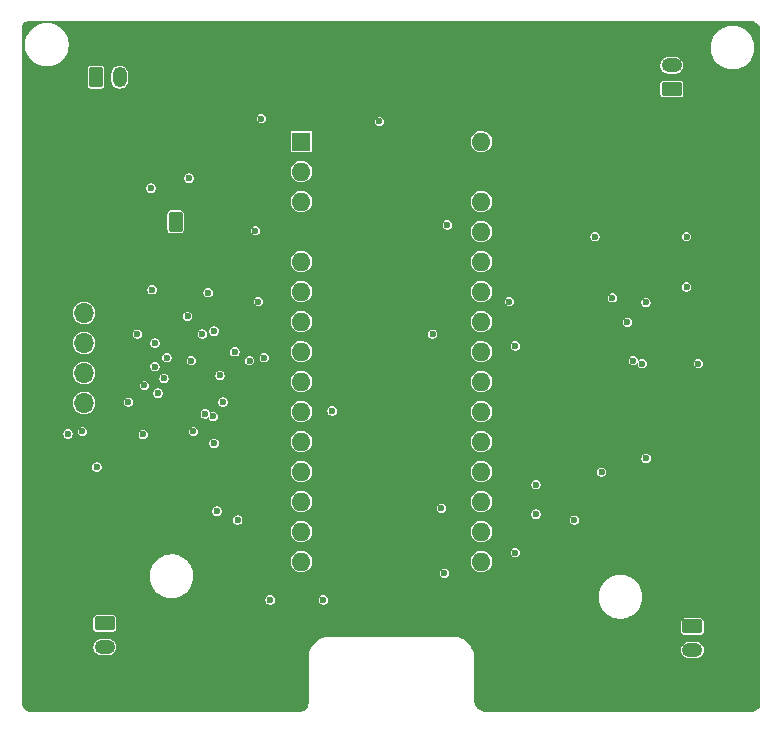
<source format=gbr>
%TF.GenerationSoftware,KiCad,Pcbnew,9.0.0*%
%TF.CreationDate,2025-10-30T20:26:06-05:00*%
%TF.ProjectId,kicad_proj1st,6b696361-645f-4707-926f-6a3173742e6b,rev?*%
%TF.SameCoordinates,Original*%
%TF.FileFunction,Copper,L2,Inr*%
%TF.FilePolarity,Positive*%
%FSLAX46Y46*%
G04 Gerber Fmt 4.6, Leading zero omitted, Abs format (unit mm)*
G04 Created by KiCad (PCBNEW 9.0.0) date 2025-10-30 20:26:06*
%MOMM*%
%LPD*%
G01*
G04 APERTURE LIST*
G04 Aperture macros list*
%AMRoundRect*
0 Rectangle with rounded corners*
0 $1 Rounding radius*
0 $2 $3 $4 $5 $6 $7 $8 $9 X,Y pos of 4 corners*
0 Add a 4 corners polygon primitive as box body*
4,1,4,$2,$3,$4,$5,$6,$7,$8,$9,$2,$3,0*
0 Add four circle primitives for the rounded corners*
1,1,$1+$1,$2,$3*
1,1,$1+$1,$4,$5*
1,1,$1+$1,$6,$7*
1,1,$1+$1,$8,$9*
0 Add four rect primitives between the rounded corners*
20,1,$1+$1,$2,$3,$4,$5,0*
20,1,$1+$1,$4,$5,$6,$7,0*
20,1,$1+$1,$6,$7,$8,$9,0*
20,1,$1+$1,$8,$9,$2,$3,0*%
G04 Aperture macros list end*
%TA.AperFunction,ComponentPad*%
%ADD10RoundRect,0.250000X0.625000X-0.350000X0.625000X0.350000X-0.625000X0.350000X-0.625000X-0.350000X0*%
%TD*%
%TA.AperFunction,ComponentPad*%
%ADD11O,1.750000X1.200000*%
%TD*%
%TA.AperFunction,ComponentPad*%
%ADD12RoundRect,0.250000X-0.625000X0.350000X-0.625000X-0.350000X0.625000X-0.350000X0.625000X0.350000X0*%
%TD*%
%TA.AperFunction,ComponentPad*%
%ADD13R,1.700000X1.700000*%
%TD*%
%TA.AperFunction,ComponentPad*%
%ADD14O,1.700000X1.700000*%
%TD*%
%TA.AperFunction,ComponentPad*%
%ADD15R,1.600000X1.600000*%
%TD*%
%TA.AperFunction,ComponentPad*%
%ADD16O,1.600000X1.600000*%
%TD*%
%TA.AperFunction,ComponentPad*%
%ADD17RoundRect,0.250000X-0.350000X-0.625000X0.350000X-0.625000X0.350000X0.625000X-0.350000X0.625000X0*%
%TD*%
%TA.AperFunction,ComponentPad*%
%ADD18O,1.200000X1.750000*%
%TD*%
%TA.AperFunction,ViaPad*%
%ADD19C,0.600000*%
%TD*%
G04 APERTURE END LIST*
D10*
%TO.N,V_BAT*%
%TO.C,J3*%
X104500000Y-45500000D03*
D11*
%TO.N,/Motor_Drain_1*%
X104500000Y-43500000D03*
%TD*%
D12*
%TO.N,V_BAT*%
%TO.C,J5*%
X106250000Y-91000000D03*
D11*
%TO.N,/Motor Drain 3*%
X106250000Y-93000000D03*
%TD*%
D13*
%TO.N,GND*%
%TO.C,J2*%
X54750000Y-61920000D03*
D14*
%TO.N,+3V3*%
X54750000Y-64460000D03*
%TO.N,R8EF_VIN*%
X54750000Y-67000000D03*
%TO.N,V_OUT*%
X54750000Y-69540000D03*
%TO.N,V_BAT*%
X54750000Y-72080000D03*
%TD*%
D15*
%TO.N,unconnected-(A2-D1{slash}TX-Pad1)*%
%TO.C,A2*%
X73140000Y-49950000D03*
D16*
%TO.N,unconnected-(A2-D0{slash}RX-Pad2)*%
X73140000Y-52490000D03*
%TO.N,unconnected-(A2-~{RESET}-Pad3)*%
X73140000Y-55030000D03*
%TO.N,GND*%
X73140000Y-57570000D03*
%TO.N,unconnected-(A2-D2-Pad5)*%
X73140000Y-60110000D03*
%TO.N,/MOTOR0_SWITCH1*%
X73140000Y-62650000D03*
%TO.N,/LIDAR_GPIO1*%
X73140000Y-65190000D03*
%TO.N,/Motor Switch2*%
X73140000Y-67730000D03*
%TO.N,/Motor Switch 3*%
X73140000Y-70270000D03*
%TO.N,/LIDAR_XSHUT*%
X73140000Y-72810000D03*
%TO.N,unconnected-(A2-D8-Pad11)*%
X73140000Y-75350000D03*
%TO.N,/Motor Switch 4*%
X73140000Y-77890000D03*
%TO.N,unconnected-(A2-D10-Pad13)*%
X73140000Y-80430000D03*
%TO.N,unconnected-(A2-D11-Pad14)*%
X73140000Y-82970000D03*
%TO.N,unconnected-(A2-D12-Pad15)*%
X73140000Y-85510000D03*
%TO.N,unconnected-(A2-D13-Pad16)*%
X88380000Y-85510000D03*
%TO.N,+3V3*%
X88380000Y-82970000D03*
%TO.N,unconnected-(A2-AREF-Pad18)*%
X88380000Y-80430000D03*
%TO.N,unconnected-(A2-A0-Pad19)*%
X88380000Y-77890000D03*
%TO.N,CH1*%
X88380000Y-75350000D03*
%TO.N,CH2*%
X88380000Y-72810000D03*
%TO.N,CH3*%
X88380000Y-70270000D03*
%TO.N,CH4*%
X88380000Y-67730000D03*
%TO.N,unconnected-(A2-A5-Pad24)*%
X88380000Y-65190000D03*
%TO.N,unconnected-(A2-A6-Pad25)*%
X88380000Y-62650000D03*
%TO.N,unconnected-(A2-A7-Pad26)*%
X88380000Y-60110000D03*
%TO.N,R8EF_VIN*%
X88380000Y-57570000D03*
%TO.N,unconnected-(A2-~{RESET}-Pad28)*%
X88380000Y-55030000D03*
%TO.N,GND*%
X88380000Y-52490000D03*
%TO.N,V_OUT*%
X88380000Y-49950000D03*
%TD*%
D12*
%TO.N,V_BAT*%
%TO.C,J6*%
X56500000Y-90750000D03*
D11*
%TO.N,/Motor Drain 4*%
X56500000Y-92750000D03*
%TD*%
D17*
%TO.N,V_BAT*%
%TO.C,J1*%
X62500000Y-56750000D03*
D18*
%TO.N,GND*%
X64500000Y-56750000D03*
%TD*%
D17*
%TO.N,V_BAT*%
%TO.C,J4*%
X55750000Y-44500000D03*
D18*
%TO.N,/Motor Drain 2*%
X57750000Y-44500000D03*
%TD*%
D19*
%TO.N,GND*%
X99650000Y-59650000D03*
X93725000Y-91575000D03*
X96100000Y-65275000D03*
X56975000Y-73325000D03*
X103875000Y-69325000D03*
X64925000Y-73875000D03*
X101125000Y-75650000D03*
X94950000Y-77775000D03*
X97350000Y-83675000D03*
X102046446Y-74821446D03*
X108950000Y-75700000D03*
X101675000Y-66825000D03*
X66325000Y-76875000D03*
X69325000Y-86500000D03*
X107225000Y-67500000D03*
X66525000Y-61025000D03*
X96050000Y-53300000D03*
X96675000Y-74975000D03*
X96150000Y-49825000D03*
X103450000Y-76225000D03*
X99750000Y-75975000D03*
X69375000Y-64600000D03*
X58350000Y-63275000D03*
X96750000Y-86850000D03*
X110500000Y-77225000D03*
X96550000Y-84575000D03*
X95175000Y-67325000D03*
X58550000Y-60500000D03*
X67950000Y-49950000D03*
X107425000Y-73150000D03*
X68175000Y-66650000D03*
X94125000Y-93650000D03*
X67500000Y-44075000D03*
X66400000Y-89575000D03*
X108475000Y-69775000D03*
X60500000Y-66125000D03*
X58050000Y-61400000D03*
X69550000Y-76225000D03*
X98675000Y-61300000D03*
%TO.N,+3V3*%
X99475000Y-63175000D03*
X105750000Y-58000000D03*
X70000000Y-68250000D03*
X91250000Y-67250000D03*
X102300000Y-63575000D03*
X93000000Y-79000000D03*
X60500000Y-62500000D03*
X65250000Y-62750000D03*
X69500000Y-63500000D03*
X98000000Y-58000000D03*
X93000000Y-81500000D03*
X91250000Y-84750000D03*
%TO.N,V_OUT*%
X58500000Y-72000000D03*
X85000000Y-81000000D03*
X79750000Y-48250000D03*
X69750000Y-48000000D03*
X70500000Y-88750000D03*
X75000000Y-88750000D03*
X85250000Y-86500000D03*
X65000000Y-73000000D03*
%TO.N,/LIDAR_GPIO1*%
X84250000Y-66250000D03*
X105750000Y-62250000D03*
%TO.N,R8EF_VIN*%
X63500000Y-64750000D03*
X69250000Y-57500000D03*
X85500000Y-57000000D03*
X60750000Y-67000000D03*
%TO.N,/LIDAR_XSHUT*%
X90750000Y-63500000D03*
X75750000Y-72750000D03*
%TO.N,Net-(U1-REGOUT)*%
X98550000Y-77925000D03*
X102325000Y-76775000D03*
%TO.N,Net-(U1-CPOUT)*%
X106750000Y-68750000D03*
X102000000Y-68750000D03*
%TO.N,V_BAT*%
X65675000Y-73225000D03*
X63625000Y-53050000D03*
X54600000Y-74500000D03*
X55825000Y-77500000D03*
X53375000Y-74700000D03*
X60400000Y-53900000D03*
%TO.N,Net-(U3-SW)*%
X65750000Y-75500000D03*
X65750000Y-66000000D03*
X67500000Y-67750000D03*
X66000000Y-81250000D03*
X66500000Y-72000000D03*
X67750000Y-82000000D03*
X63825000Y-68500000D03*
%TO.N,Net-(U3-VCC)*%
X96250000Y-82000000D03*
X60750000Y-69000000D03*
%TO.N,Net-(U3-COMP)*%
X59853554Y-70603554D03*
X61750000Y-68250000D03*
%TO.N,SCL*%
X100750000Y-65250000D03*
X101250000Y-68500000D03*
%TO.N,Net-(U3-FSW)*%
X64750000Y-66250000D03*
X68750000Y-68500000D03*
%TO.N,Net-(U3-ILIM)*%
X59250000Y-66250000D03*
X66250000Y-69750000D03*
%TO.N,Net-(U3-FB)*%
X61000000Y-71250000D03*
X59750000Y-74750000D03*
X61500000Y-70000000D03*
X64000000Y-74500000D03*
%TD*%
%TA.AperFunction,Conductor*%
%TO.N,GND*%
G36*
X111250558Y-39750555D02*
G01*
X111395093Y-39764790D01*
X111397304Y-39765230D01*
X111466520Y-39786226D01*
X111535738Y-39807223D01*
X111537820Y-39808086D01*
X111665403Y-39876281D01*
X111667267Y-39877526D01*
X111742988Y-39939667D01*
X111779101Y-39969304D01*
X111780695Y-39970898D01*
X111872471Y-40082729D01*
X111873720Y-40084599D01*
X111941913Y-40212179D01*
X111942776Y-40214262D01*
X111984769Y-40352695D01*
X111985209Y-40354906D01*
X111999445Y-40499441D01*
X111999500Y-40500568D01*
X111999500Y-97499431D01*
X111999445Y-97500558D01*
X111985209Y-97645093D01*
X111984769Y-97647304D01*
X111942776Y-97785737D01*
X111941913Y-97787820D01*
X111873720Y-97915400D01*
X111872468Y-97917275D01*
X111780695Y-98029101D01*
X111779101Y-98030695D01*
X111667275Y-98122468D01*
X111665400Y-98123720D01*
X111537820Y-98191913D01*
X111535737Y-98192776D01*
X111397304Y-98234769D01*
X111395093Y-98235209D01*
X111250558Y-98249445D01*
X111249431Y-98249500D01*
X88750499Y-98249500D01*
X88749497Y-98249456D01*
X88577441Y-98234402D01*
X88575467Y-98234054D01*
X88409126Y-98189484D01*
X88407242Y-98188799D01*
X88251158Y-98116015D01*
X88249422Y-98115012D01*
X88108361Y-98016240D01*
X88106825Y-98014952D01*
X87985047Y-97893174D01*
X87983759Y-97891638D01*
X87884987Y-97750577D01*
X87883984Y-97748841D01*
X87836636Y-97647304D01*
X87811198Y-97592753D01*
X87810515Y-97590873D01*
X87765945Y-97424532D01*
X87765597Y-97422558D01*
X87750544Y-97250502D01*
X87750500Y-97249500D01*
X87750500Y-93699771D01*
X87750501Y-93699768D01*
X87750500Y-93638654D01*
X87750516Y-93638613D01*
X87750516Y-93633876D01*
X87750517Y-93633876D01*
X87750516Y-93508678D01*
X87714878Y-93260830D01*
X87644330Y-93020577D01*
X87603424Y-92931007D01*
X105274500Y-92931007D01*
X105274500Y-93068993D01*
X105292284Y-93158399D01*
X105301419Y-93204324D01*
X105301419Y-93204327D01*
X105354226Y-93331813D01*
X105380260Y-93370775D01*
X105430886Y-93446542D01*
X105528458Y-93544114D01*
X105643189Y-93620775D01*
X105770672Y-93673580D01*
X105906007Y-93700500D01*
X105906009Y-93700500D01*
X106593991Y-93700500D01*
X106593993Y-93700500D01*
X106729328Y-93673580D01*
X106856811Y-93620775D01*
X106971542Y-93544114D01*
X107069114Y-93446542D01*
X107145775Y-93331811D01*
X107198580Y-93204328D01*
X107225500Y-93068993D01*
X107225500Y-92931007D01*
X107198580Y-92795672D01*
X107145775Y-92668189D01*
X107069114Y-92553458D01*
X106971542Y-92455886D01*
X106915125Y-92418189D01*
X106856813Y-92379226D01*
X106729326Y-92326419D01*
X106647831Y-92310209D01*
X106593993Y-92299500D01*
X105906007Y-92299500D01*
X105838800Y-92312868D01*
X105770675Y-92326419D01*
X105770672Y-92326419D01*
X105643186Y-92379226D01*
X105528461Y-92455883D01*
X105430883Y-92553461D01*
X105354226Y-92668186D01*
X105301419Y-92795672D01*
X105301419Y-92795675D01*
X105296781Y-92818993D01*
X105274500Y-92931007D01*
X87603424Y-92931007D01*
X87540309Y-92792809D01*
X87468458Y-92681008D01*
X87404937Y-92582168D01*
X87404928Y-92582157D01*
X87295511Y-92455886D01*
X87240956Y-92392927D01*
X87051718Y-92228953D01*
X87051715Y-92228951D01*
X87051714Y-92228950D01*
X87051713Y-92228949D01*
X86841082Y-92093586D01*
X86841074Y-92093581D01*
X86841070Y-92093579D01*
X86841065Y-92093577D01*
X86841062Y-92093575D01*
X86742790Y-92048696D01*
X86613301Y-91989562D01*
X86546459Y-91969935D01*
X86373053Y-91919018D01*
X86373047Y-91919017D01*
X86125198Y-91883382D01*
X86125194Y-91883382D01*
X86000000Y-91883383D01*
X75433478Y-91883383D01*
X75433221Y-91883400D01*
X75374803Y-91883400D01*
X75129699Y-91918640D01*
X75126950Y-91919036D01*
X74886706Y-91989579D01*
X74886705Y-91989579D01*
X74658931Y-92093598D01*
X74448297Y-92228963D01*
X74448296Y-92228964D01*
X74259061Y-92392936D01*
X74259053Y-92392944D01*
X74095086Y-92582168D01*
X74095077Y-92582179D01*
X73959714Y-92792805D01*
X73959703Y-92792825D01*
X73855687Y-93020582D01*
X73855687Y-93020583D01*
X73785141Y-93260827D01*
X73749501Y-93508682D01*
X73749501Y-93567277D01*
X73749500Y-93567295D01*
X73749500Y-93633876D01*
X73749499Y-93700688D01*
X73749500Y-93700701D01*
X73749500Y-97499431D01*
X73749445Y-97500558D01*
X73735209Y-97645093D01*
X73734769Y-97647304D01*
X73692776Y-97785737D01*
X73691913Y-97787820D01*
X73623720Y-97915400D01*
X73622468Y-97917275D01*
X73530695Y-98029101D01*
X73529101Y-98030695D01*
X73417275Y-98122468D01*
X73415400Y-98123720D01*
X73287820Y-98191913D01*
X73285737Y-98192776D01*
X73147304Y-98234769D01*
X73145093Y-98235209D01*
X73000558Y-98249445D01*
X72999431Y-98249500D01*
X50250569Y-98249500D01*
X50249442Y-98249445D01*
X50104906Y-98235209D01*
X50102695Y-98234769D01*
X49964262Y-98192776D01*
X49962179Y-98191913D01*
X49834599Y-98123720D01*
X49832729Y-98122471D01*
X49720898Y-98030695D01*
X49719304Y-98029101D01*
X49707692Y-98014952D01*
X49627526Y-97917267D01*
X49626279Y-97915400D01*
X49615064Y-97894419D01*
X49558086Y-97787820D01*
X49557223Y-97785737D01*
X49515230Y-97647304D01*
X49514790Y-97645093D01*
X49500555Y-97500558D01*
X49500500Y-97499431D01*
X49500500Y-92681008D01*
X55524500Y-92681008D01*
X55524500Y-92818991D01*
X55551419Y-92954324D01*
X55551419Y-92954327D01*
X55604226Y-93081813D01*
X55680883Y-93196538D01*
X55680886Y-93196542D01*
X55778458Y-93294114D01*
X55893189Y-93370775D01*
X56020672Y-93423580D01*
X56156007Y-93450500D01*
X56156009Y-93450500D01*
X56843991Y-93450500D01*
X56843993Y-93450500D01*
X56979328Y-93423580D01*
X57106811Y-93370775D01*
X57221542Y-93294114D01*
X57319114Y-93196542D01*
X57395775Y-93081811D01*
X57448580Y-92954328D01*
X57475500Y-92818993D01*
X57475500Y-92681007D01*
X57448580Y-92545672D01*
X57395775Y-92418189D01*
X57319114Y-92303458D01*
X57221542Y-92205886D01*
X57221538Y-92205883D01*
X57106813Y-92129226D01*
X56979326Y-92076419D01*
X56897831Y-92060209D01*
X56843993Y-92049500D01*
X56156007Y-92049500D01*
X56088800Y-92062868D01*
X56020675Y-92076419D01*
X56020672Y-92076419D01*
X55893186Y-92129226D01*
X55778461Y-92205883D01*
X55680883Y-92303461D01*
X55604226Y-92418186D01*
X55551419Y-92545672D01*
X55551419Y-92545675D01*
X55524500Y-92681008D01*
X49500500Y-92681008D01*
X49500500Y-90366740D01*
X55524500Y-90366740D01*
X55524500Y-91133260D01*
X55534427Y-91201393D01*
X55585802Y-91306483D01*
X55668517Y-91389198D01*
X55773607Y-91440573D01*
X55841740Y-91450500D01*
X57158260Y-91450500D01*
X57226393Y-91440573D01*
X57331483Y-91389198D01*
X57414198Y-91306483D01*
X57465573Y-91201393D01*
X57475500Y-91133260D01*
X57475500Y-90616740D01*
X105274500Y-90616740D01*
X105274500Y-91383260D01*
X105284427Y-91451393D01*
X105335802Y-91556483D01*
X105418517Y-91639198D01*
X105523607Y-91690573D01*
X105591740Y-91700500D01*
X106908260Y-91700500D01*
X106976393Y-91690573D01*
X107081483Y-91639198D01*
X107164198Y-91556483D01*
X107215573Y-91451393D01*
X107225500Y-91383260D01*
X107225500Y-90616740D01*
X107215573Y-90548607D01*
X107164198Y-90443517D01*
X107081483Y-90360802D01*
X106976393Y-90309427D01*
X106908260Y-90299500D01*
X105591740Y-90299500D01*
X105523607Y-90309427D01*
X105447177Y-90346791D01*
X105418515Y-90360803D01*
X105335803Y-90443515D01*
X105335802Y-90443516D01*
X105335802Y-90443517D01*
X105284427Y-90548607D01*
X105274500Y-90616740D01*
X57475500Y-90616740D01*
X57475500Y-90366740D01*
X57465573Y-90298607D01*
X57414198Y-90193517D01*
X57331483Y-90110802D01*
X57226393Y-90059427D01*
X57158260Y-90049500D01*
X55841740Y-90049500D01*
X55773607Y-90059427D01*
X55668517Y-90110802D01*
X55668515Y-90110803D01*
X55585803Y-90193515D01*
X55585802Y-90193516D01*
X55585802Y-90193517D01*
X55534427Y-90298607D01*
X55524500Y-90366740D01*
X49500500Y-90366740D01*
X49500500Y-88697273D01*
X70099500Y-88697273D01*
X70099500Y-88802727D01*
X70126793Y-88904587D01*
X70179520Y-88995913D01*
X70254087Y-89070480D01*
X70345413Y-89123207D01*
X70447273Y-89150500D01*
X70552727Y-89150500D01*
X70654587Y-89123207D01*
X70745913Y-89070480D01*
X70820480Y-88995913D01*
X70873207Y-88904587D01*
X70900500Y-88802727D01*
X70900500Y-88697273D01*
X74599500Y-88697273D01*
X74599500Y-88802727D01*
X74626793Y-88904587D01*
X74679520Y-88995913D01*
X74754087Y-89070480D01*
X74845413Y-89123207D01*
X74947273Y-89150500D01*
X75052727Y-89150500D01*
X75154587Y-89123207D01*
X75245913Y-89070480D01*
X75320480Y-88995913D01*
X75373207Y-88904587D01*
X75400500Y-88802727D01*
X75400500Y-88697273D01*
X75373207Y-88595413D01*
X75320480Y-88504087D01*
X75245913Y-88429520D01*
X75245912Y-88429519D01*
X75174930Y-88388538D01*
X75158332Y-88378955D01*
X98306918Y-88378955D01*
X98306918Y-88417098D01*
X98306918Y-88621045D01*
X98338517Y-88861064D01*
X98338518Y-88861068D01*
X98338519Y-88861075D01*
X98338519Y-88861076D01*
X98401172Y-89094899D01*
X98401172Y-89094900D01*
X98493819Y-89318571D01*
X98614860Y-89528220D01*
X98614862Y-89528223D01*
X98614863Y-89528224D01*
X98762238Y-89720287D01*
X98933422Y-89891471D01*
X99125485Y-90038846D01*
X99125488Y-90038848D01*
X99335137Y-90159889D01*
X99335138Y-90159889D01*
X99335141Y-90159891D01*
X99558804Y-90252535D01*
X99558808Y-90252536D01*
X99792633Y-90315189D01*
X99792634Y-90315189D01*
X99792645Y-90315192D01*
X100032664Y-90346791D01*
X100032668Y-90346791D01*
X100274750Y-90346791D01*
X100274754Y-90346791D01*
X100514773Y-90315192D01*
X100514784Y-90315189D01*
X100514785Y-90315189D01*
X100576670Y-90298607D01*
X100748614Y-90252535D01*
X100972277Y-90159891D01*
X101181933Y-90038846D01*
X101373996Y-89891471D01*
X101545180Y-89720287D01*
X101692555Y-89528224D01*
X101813600Y-89318568D01*
X101906244Y-89094905D01*
X101968901Y-88861064D01*
X102000500Y-88621045D01*
X102000500Y-88378955D01*
X101968901Y-88138936D01*
X101906244Y-87905095D01*
X101813600Y-87681432D01*
X101800234Y-87658282D01*
X101692557Y-87471779D01*
X101692555Y-87471776D01*
X101545180Y-87279713D01*
X101373996Y-87108529D01*
X101181933Y-86961154D01*
X101181932Y-86961153D01*
X101181929Y-86961151D01*
X100972280Y-86840110D01*
X100748609Y-86747463D01*
X100514784Y-86684810D01*
X100514777Y-86684809D01*
X100514773Y-86684808D01*
X100320989Y-86659295D01*
X100274755Y-86653209D01*
X100274754Y-86653209D01*
X100032664Y-86653209D01*
X100032662Y-86653209D01*
X99940193Y-86665382D01*
X99792645Y-86684808D01*
X99792641Y-86684808D01*
X99792633Y-86684810D01*
X99792632Y-86684810D01*
X99558809Y-86747463D01*
X99558808Y-86747463D01*
X99335137Y-86840110D01*
X99125488Y-86961151D01*
X99080698Y-86995520D01*
X98933422Y-87108529D01*
X98933417Y-87108534D01*
X98933415Y-87108535D01*
X98762244Y-87279706D01*
X98762243Y-87279708D01*
X98762238Y-87279713D01*
X98670128Y-87399752D01*
X98614860Y-87471779D01*
X98493819Y-87681428D01*
X98401172Y-87905099D01*
X98401172Y-87905100D01*
X98338519Y-88138923D01*
X98338519Y-88138924D01*
X98338517Y-88138932D01*
X98338517Y-88138936D01*
X98323305Y-88254480D01*
X98307203Y-88376793D01*
X98306918Y-88378955D01*
X75158332Y-88378955D01*
X75154591Y-88376795D01*
X75154589Y-88376794D01*
X75154587Y-88376793D01*
X75154583Y-88376792D01*
X75154581Y-88376791D01*
X75052727Y-88349500D01*
X74947273Y-88349500D01*
X74845418Y-88376791D01*
X74845408Y-88376795D01*
X74754087Y-88429519D01*
X74679519Y-88504087D01*
X74626795Y-88595408D01*
X74626791Y-88595418D01*
X74599500Y-88697273D01*
X70900500Y-88697273D01*
X70873207Y-88595413D01*
X70820480Y-88504087D01*
X70745913Y-88429520D01*
X70745912Y-88429519D01*
X70654591Y-88376795D01*
X70654589Y-88376794D01*
X70654587Y-88376793D01*
X70654583Y-88376792D01*
X70654581Y-88376791D01*
X70552727Y-88349500D01*
X70447273Y-88349500D01*
X70345418Y-88376791D01*
X70345408Y-88376795D01*
X70254087Y-88429519D01*
X70179519Y-88504087D01*
X70126795Y-88595408D01*
X70126791Y-88595418D01*
X70099500Y-88697273D01*
X49500500Y-88697273D01*
X49500500Y-86628955D01*
X60306918Y-86628955D01*
X60306918Y-86667098D01*
X60306918Y-86871045D01*
X60338517Y-87111064D01*
X60338518Y-87111068D01*
X60338519Y-87111075D01*
X60338519Y-87111076D01*
X60401172Y-87344899D01*
X60401172Y-87344900D01*
X60493819Y-87568571D01*
X60614860Y-87778220D01*
X60614862Y-87778223D01*
X60614863Y-87778224D01*
X60762238Y-87970287D01*
X60933422Y-88141471D01*
X61125485Y-88288846D01*
X61125488Y-88288848D01*
X61335137Y-88409889D01*
X61335138Y-88409889D01*
X61335141Y-88409891D01*
X61558804Y-88502535D01*
X61558808Y-88502536D01*
X61792633Y-88565189D01*
X61792634Y-88565189D01*
X61792645Y-88565192D01*
X62032664Y-88596791D01*
X62032668Y-88596791D01*
X62274750Y-88596791D01*
X62274754Y-88596791D01*
X62514773Y-88565192D01*
X62514784Y-88565189D01*
X62514785Y-88565189D01*
X62575968Y-88548794D01*
X62748614Y-88502535D01*
X62972277Y-88409891D01*
X63181933Y-88288846D01*
X63373996Y-88141471D01*
X63545180Y-87970287D01*
X63692555Y-87778224D01*
X63813600Y-87568568D01*
X63906244Y-87344905D01*
X63968901Y-87111064D01*
X64000500Y-86871045D01*
X64000500Y-86628955D01*
X63976581Y-86447273D01*
X84849500Y-86447273D01*
X84849500Y-86552726D01*
X84876423Y-86653209D01*
X84876793Y-86654587D01*
X84929520Y-86745913D01*
X85004087Y-86820480D01*
X85095413Y-86873207D01*
X85197273Y-86900500D01*
X85302727Y-86900500D01*
X85404587Y-86873207D01*
X85495913Y-86820480D01*
X85570480Y-86745913D01*
X85623207Y-86654587D01*
X85650500Y-86552727D01*
X85650500Y-86447273D01*
X85623207Y-86345413D01*
X85570480Y-86254087D01*
X85495913Y-86179520D01*
X85495912Y-86179519D01*
X85404591Y-86126795D01*
X85404589Y-86126794D01*
X85404587Y-86126793D01*
X85404583Y-86126792D01*
X85404581Y-86126791D01*
X85302727Y-86099500D01*
X85197273Y-86099500D01*
X85095418Y-86126791D01*
X85095408Y-86126795D01*
X85004087Y-86179519D01*
X84929519Y-86254087D01*
X84876795Y-86345408D01*
X84876791Y-86345418D01*
X84849500Y-86447273D01*
X63976581Y-86447273D01*
X63968901Y-86388936D01*
X63965406Y-86375894D01*
X63921876Y-86213436D01*
X63906244Y-86155095D01*
X63813600Y-85931432D01*
X63800234Y-85908282D01*
X63692557Y-85721779D01*
X63692555Y-85721776D01*
X63545180Y-85529713D01*
X63436777Y-85421310D01*
X72239500Y-85421310D01*
X72239500Y-85598689D01*
X72274105Y-85772662D01*
X72274105Y-85772665D01*
X72341988Y-85936549D01*
X72440533Y-86084031D01*
X72440536Y-86084035D01*
X72565965Y-86209464D01*
X72713453Y-86308013D01*
X72877334Y-86375894D01*
X73051309Y-86410500D01*
X73051311Y-86410500D01*
X73228689Y-86410500D01*
X73228691Y-86410500D01*
X73402666Y-86375894D01*
X73566547Y-86308013D01*
X73714035Y-86209464D01*
X73839464Y-86084035D01*
X73938013Y-85936547D01*
X74005894Y-85772666D01*
X74040500Y-85598691D01*
X74040500Y-85421310D01*
X87479500Y-85421310D01*
X87479500Y-85598689D01*
X87514105Y-85772662D01*
X87514105Y-85772665D01*
X87581988Y-85936549D01*
X87680533Y-86084031D01*
X87680536Y-86084035D01*
X87805965Y-86209464D01*
X87953453Y-86308013D01*
X88117334Y-86375894D01*
X88291309Y-86410500D01*
X88291311Y-86410500D01*
X88468689Y-86410500D01*
X88468691Y-86410500D01*
X88642666Y-86375894D01*
X88806547Y-86308013D01*
X88954035Y-86209464D01*
X89079464Y-86084035D01*
X89178013Y-85936547D01*
X89245894Y-85772666D01*
X89280500Y-85598691D01*
X89280500Y-85421309D01*
X89245894Y-85247334D01*
X89178013Y-85083453D01*
X89079464Y-84935965D01*
X88954035Y-84810536D01*
X88954031Y-84810533D01*
X88806549Y-84711988D01*
X88806547Y-84711987D01*
X88771024Y-84697273D01*
X90849500Y-84697273D01*
X90849500Y-84802727D01*
X90860575Y-84844060D01*
X90876791Y-84904581D01*
X90876795Y-84904591D01*
X90894910Y-84935968D01*
X90929520Y-84995913D01*
X91004087Y-85070480D01*
X91095413Y-85123207D01*
X91197273Y-85150500D01*
X91302727Y-85150500D01*
X91404587Y-85123207D01*
X91495913Y-85070480D01*
X91570480Y-84995913D01*
X91623207Y-84904587D01*
X91650500Y-84802727D01*
X91650500Y-84697273D01*
X91623207Y-84595413D01*
X91570480Y-84504087D01*
X91495913Y-84429520D01*
X91495912Y-84429519D01*
X91404591Y-84376795D01*
X91404589Y-84376794D01*
X91404587Y-84376793D01*
X91404583Y-84376792D01*
X91404581Y-84376791D01*
X91302727Y-84349500D01*
X91197273Y-84349500D01*
X91095418Y-84376791D01*
X91095408Y-84376795D01*
X91004087Y-84429519D01*
X90929519Y-84504087D01*
X90876795Y-84595408D01*
X90876791Y-84595418D01*
X90873018Y-84609500D01*
X90849500Y-84697273D01*
X88771024Y-84697273D01*
X88642666Y-84644106D01*
X88642664Y-84644105D01*
X88537901Y-84623266D01*
X88468691Y-84609500D01*
X88291309Y-84609500D01*
X88204913Y-84626685D01*
X88117337Y-84644105D01*
X88117334Y-84644105D01*
X87953450Y-84711988D01*
X87805968Y-84810533D01*
X87680533Y-84935968D01*
X87581988Y-85083450D01*
X87514105Y-85247334D01*
X87514105Y-85247337D01*
X87479500Y-85421310D01*
X74040500Y-85421310D01*
X74040500Y-85421309D01*
X74005894Y-85247334D01*
X73938013Y-85083453D01*
X73839464Y-84935965D01*
X73714035Y-84810536D01*
X73714031Y-84810533D01*
X73566549Y-84711988D01*
X73554854Y-84707144D01*
X73402666Y-84644106D01*
X73402664Y-84644105D01*
X73297901Y-84623266D01*
X73228691Y-84609500D01*
X73051309Y-84609500D01*
X72964913Y-84626685D01*
X72877337Y-84644105D01*
X72877334Y-84644105D01*
X72713450Y-84711988D01*
X72565968Y-84810533D01*
X72440533Y-84935968D01*
X72341988Y-85083450D01*
X72274105Y-85247334D01*
X72274105Y-85247337D01*
X72239500Y-85421310D01*
X63436777Y-85421310D01*
X63373996Y-85358529D01*
X63181933Y-85211154D01*
X63181932Y-85211153D01*
X63181929Y-85211151D01*
X62972280Y-85090110D01*
X62748609Y-84997463D01*
X62514784Y-84934810D01*
X62514777Y-84934809D01*
X62514773Y-84934808D01*
X62320989Y-84909295D01*
X62274755Y-84903209D01*
X62274754Y-84903209D01*
X62032664Y-84903209D01*
X62032662Y-84903209D01*
X61940193Y-84915382D01*
X61792645Y-84934808D01*
X61792641Y-84934808D01*
X61792633Y-84934810D01*
X61792632Y-84934810D01*
X61558809Y-84997463D01*
X61558808Y-84997463D01*
X61335137Y-85090110D01*
X61125488Y-85211151D01*
X61078334Y-85247334D01*
X60933422Y-85358529D01*
X60933417Y-85358534D01*
X60933415Y-85358535D01*
X60762244Y-85529706D01*
X60762243Y-85529708D01*
X60762238Y-85529713D01*
X60670128Y-85649752D01*
X60614860Y-85721779D01*
X60493819Y-85931428D01*
X60401172Y-86155099D01*
X60401172Y-86155100D01*
X60338519Y-86388923D01*
X60338519Y-86388924D01*
X60338517Y-86388932D01*
X60338517Y-86388936D01*
X60306918Y-86628955D01*
X49500500Y-86628955D01*
X49500500Y-82881310D01*
X72239500Y-82881310D01*
X72239500Y-83058689D01*
X72274105Y-83232662D01*
X72274105Y-83232665D01*
X72326609Y-83359421D01*
X72341987Y-83396547D01*
X72440536Y-83544035D01*
X72565965Y-83669464D01*
X72713453Y-83768013D01*
X72877334Y-83835894D01*
X73051309Y-83870500D01*
X73051311Y-83870500D01*
X73228689Y-83870500D01*
X73228691Y-83870500D01*
X73402666Y-83835894D01*
X73566547Y-83768013D01*
X73714035Y-83669464D01*
X73839464Y-83544035D01*
X73938013Y-83396547D01*
X74005894Y-83232666D01*
X74040500Y-83058691D01*
X74040500Y-82881310D01*
X87479500Y-82881310D01*
X87479500Y-83058689D01*
X87514105Y-83232662D01*
X87514105Y-83232665D01*
X87566609Y-83359421D01*
X87581987Y-83396547D01*
X87680536Y-83544035D01*
X87805965Y-83669464D01*
X87953453Y-83768013D01*
X88117334Y-83835894D01*
X88291309Y-83870500D01*
X88291311Y-83870500D01*
X88468689Y-83870500D01*
X88468691Y-83870500D01*
X88642666Y-83835894D01*
X88806547Y-83768013D01*
X88954035Y-83669464D01*
X89079464Y-83544035D01*
X89178013Y-83396547D01*
X89245894Y-83232666D01*
X89280500Y-83058691D01*
X89280500Y-82881309D01*
X89245894Y-82707334D01*
X89178013Y-82543453D01*
X89079464Y-82395965D01*
X88954035Y-82270536D01*
X88954031Y-82270533D01*
X88806549Y-82171988D01*
X88642664Y-82104105D01*
X88537901Y-82083266D01*
X88468691Y-82069500D01*
X88291309Y-82069500D01*
X88204913Y-82086685D01*
X88117337Y-82104105D01*
X88117334Y-82104105D01*
X87953450Y-82171988D01*
X87805968Y-82270533D01*
X87680533Y-82395968D01*
X87581988Y-82543450D01*
X87514105Y-82707334D01*
X87514105Y-82707337D01*
X87479500Y-82881310D01*
X74040500Y-82881310D01*
X74040500Y-82881309D01*
X74005894Y-82707334D01*
X73938013Y-82543453D01*
X73839464Y-82395965D01*
X73714035Y-82270536D01*
X73714031Y-82270533D01*
X73566549Y-82171988D01*
X73402664Y-82104105D01*
X73297901Y-82083266D01*
X73228691Y-82069500D01*
X73051309Y-82069500D01*
X72964913Y-82086685D01*
X72877337Y-82104105D01*
X72877334Y-82104105D01*
X72713450Y-82171988D01*
X72565968Y-82270533D01*
X72440533Y-82395968D01*
X72341988Y-82543450D01*
X72274105Y-82707334D01*
X72274105Y-82707337D01*
X72239500Y-82881310D01*
X49500500Y-82881310D01*
X49500500Y-81947273D01*
X67349500Y-81947273D01*
X67349500Y-82052726D01*
X67363266Y-82104105D01*
X67376793Y-82154587D01*
X67429520Y-82245913D01*
X67504087Y-82320480D01*
X67595413Y-82373207D01*
X67697273Y-82400500D01*
X67802727Y-82400500D01*
X67904587Y-82373207D01*
X67995913Y-82320480D01*
X68070480Y-82245913D01*
X68123207Y-82154587D01*
X68150500Y-82052727D01*
X68150500Y-81947273D01*
X95849500Y-81947273D01*
X95849500Y-82052726D01*
X95863266Y-82104105D01*
X95876793Y-82154587D01*
X95929520Y-82245913D01*
X96004087Y-82320480D01*
X96095413Y-82373207D01*
X96197273Y-82400500D01*
X96302727Y-82400500D01*
X96404587Y-82373207D01*
X96495913Y-82320480D01*
X96570480Y-82245913D01*
X96623207Y-82154587D01*
X96650500Y-82052727D01*
X96650500Y-81947273D01*
X96623207Y-81845413D01*
X96570480Y-81754087D01*
X96495913Y-81679520D01*
X96495912Y-81679519D01*
X96404591Y-81626795D01*
X96404589Y-81626794D01*
X96404587Y-81626793D01*
X96404583Y-81626792D01*
X96404581Y-81626791D01*
X96302727Y-81599500D01*
X96197273Y-81599500D01*
X96095418Y-81626791D01*
X96095408Y-81626795D01*
X96004087Y-81679519D01*
X95929519Y-81754087D01*
X95876795Y-81845408D01*
X95876791Y-81845418D01*
X95849500Y-81947273D01*
X68150500Y-81947273D01*
X68123207Y-81845413D01*
X68070480Y-81754087D01*
X67995913Y-81679520D01*
X67995912Y-81679519D01*
X67904591Y-81626795D01*
X67904589Y-81626794D01*
X67904587Y-81626793D01*
X67904583Y-81626792D01*
X67904581Y-81626791D01*
X67802727Y-81599500D01*
X67697273Y-81599500D01*
X67595418Y-81626791D01*
X67595408Y-81626795D01*
X67504087Y-81679519D01*
X67429519Y-81754087D01*
X67376795Y-81845408D01*
X67376791Y-81845418D01*
X67349500Y-81947273D01*
X49500500Y-81947273D01*
X49500500Y-81197273D01*
X65599500Y-81197273D01*
X65599500Y-81302726D01*
X65626791Y-81404581D01*
X65626795Y-81404591D01*
X65651437Y-81447273D01*
X65679520Y-81495913D01*
X65754087Y-81570480D01*
X65845413Y-81623207D01*
X65947273Y-81650500D01*
X66052727Y-81650500D01*
X66154587Y-81623207D01*
X66245913Y-81570480D01*
X66320480Y-81495913D01*
X66348562Y-81447273D01*
X92599500Y-81447273D01*
X92599500Y-81552726D01*
X92619345Y-81626793D01*
X92626793Y-81654587D01*
X92679520Y-81745913D01*
X92754087Y-81820480D01*
X92845413Y-81873207D01*
X92947273Y-81900500D01*
X93052727Y-81900500D01*
X93154587Y-81873207D01*
X93245913Y-81820480D01*
X93320480Y-81745913D01*
X93373207Y-81654587D01*
X93400500Y-81552727D01*
X93400500Y-81447273D01*
X93373207Y-81345413D01*
X93320480Y-81254087D01*
X93245913Y-81179520D01*
X93245912Y-81179519D01*
X93154591Y-81126795D01*
X93154589Y-81126794D01*
X93154587Y-81126793D01*
X93154583Y-81126792D01*
X93154581Y-81126791D01*
X93052727Y-81099500D01*
X92947273Y-81099500D01*
X92845418Y-81126791D01*
X92845408Y-81126795D01*
X92754087Y-81179519D01*
X92679519Y-81254087D01*
X92626795Y-81345408D01*
X92626791Y-81345418D01*
X92599500Y-81447273D01*
X66348562Y-81447273D01*
X66373207Y-81404587D01*
X66400500Y-81302727D01*
X66400500Y-81197273D01*
X66373207Y-81095413D01*
X66320480Y-81004087D01*
X66245913Y-80929520D01*
X66245912Y-80929519D01*
X66154591Y-80876795D01*
X66154589Y-80876794D01*
X66154587Y-80876793D01*
X66154583Y-80876792D01*
X66154581Y-80876791D01*
X66052727Y-80849500D01*
X65947273Y-80849500D01*
X65845418Y-80876791D01*
X65845408Y-80876795D01*
X65754087Y-80929519D01*
X65679519Y-81004087D01*
X65626795Y-81095408D01*
X65626791Y-81095418D01*
X65599500Y-81197273D01*
X49500500Y-81197273D01*
X49500500Y-80341310D01*
X72239500Y-80341310D01*
X72239500Y-80518689D01*
X72274105Y-80692662D01*
X72274105Y-80692665D01*
X72341988Y-80856549D01*
X72440533Y-81004031D01*
X72440536Y-81004035D01*
X72565965Y-81129464D01*
X72713453Y-81228013D01*
X72877334Y-81295894D01*
X73051309Y-81330500D01*
X73051311Y-81330500D01*
X73228689Y-81330500D01*
X73228691Y-81330500D01*
X73402666Y-81295894D01*
X73566547Y-81228013D01*
X73714035Y-81129464D01*
X73839464Y-81004035D01*
X73877391Y-80947273D01*
X84599500Y-80947273D01*
X84599500Y-81052726D01*
X84626791Y-81154581D01*
X84626795Y-81154591D01*
X84651437Y-81197273D01*
X84679520Y-81245913D01*
X84754087Y-81320480D01*
X84845413Y-81373207D01*
X84947273Y-81400500D01*
X85052727Y-81400500D01*
X85154587Y-81373207D01*
X85245913Y-81320480D01*
X85320480Y-81245913D01*
X85373207Y-81154587D01*
X85400500Y-81052727D01*
X85400500Y-80947273D01*
X85373207Y-80845413D01*
X85320480Y-80754087D01*
X85245913Y-80679520D01*
X85245912Y-80679519D01*
X85154591Y-80626795D01*
X85154589Y-80626794D01*
X85154587Y-80626793D01*
X85154583Y-80626792D01*
X85154581Y-80626791D01*
X85052727Y-80599500D01*
X84947273Y-80599500D01*
X84845418Y-80626791D01*
X84845408Y-80626795D01*
X84754087Y-80679519D01*
X84679519Y-80754087D01*
X84626795Y-80845408D01*
X84626791Y-80845418D01*
X84599500Y-80947273D01*
X73877391Y-80947273D01*
X73938013Y-80856547D01*
X74005894Y-80692666D01*
X74040500Y-80518691D01*
X74040500Y-80341310D01*
X87479500Y-80341310D01*
X87479500Y-80518689D01*
X87514105Y-80692662D01*
X87514105Y-80692665D01*
X87581988Y-80856549D01*
X87680533Y-81004031D01*
X87680536Y-81004035D01*
X87805965Y-81129464D01*
X87953453Y-81228013D01*
X88117334Y-81295894D01*
X88291309Y-81330500D01*
X88291311Y-81330500D01*
X88468689Y-81330500D01*
X88468691Y-81330500D01*
X88642666Y-81295894D01*
X88806547Y-81228013D01*
X88954035Y-81129464D01*
X89079464Y-81004035D01*
X89178013Y-80856547D01*
X89245894Y-80692666D01*
X89280500Y-80518691D01*
X89280500Y-80341309D01*
X89245894Y-80167334D01*
X89178013Y-80003453D01*
X89079464Y-79855965D01*
X88954035Y-79730536D01*
X88954031Y-79730533D01*
X88806549Y-79631988D01*
X88642664Y-79564105D01*
X88537901Y-79543266D01*
X88468691Y-79529500D01*
X88291309Y-79529500D01*
X88204913Y-79546685D01*
X88117337Y-79564105D01*
X88117334Y-79564105D01*
X87953450Y-79631988D01*
X87805968Y-79730533D01*
X87680533Y-79855968D01*
X87581988Y-80003450D01*
X87514105Y-80167334D01*
X87514105Y-80167337D01*
X87479500Y-80341310D01*
X74040500Y-80341310D01*
X74040500Y-80341309D01*
X74005894Y-80167334D01*
X73938013Y-80003453D01*
X73839464Y-79855965D01*
X73714035Y-79730536D01*
X73714031Y-79730533D01*
X73566549Y-79631988D01*
X73402664Y-79564105D01*
X73297901Y-79543266D01*
X73228691Y-79529500D01*
X73051309Y-79529500D01*
X72964913Y-79546685D01*
X72877337Y-79564105D01*
X72877334Y-79564105D01*
X72713450Y-79631988D01*
X72565968Y-79730533D01*
X72440533Y-79855968D01*
X72341988Y-80003450D01*
X72274105Y-80167334D01*
X72274105Y-80167337D01*
X72239500Y-80341310D01*
X49500500Y-80341310D01*
X49500500Y-78947273D01*
X92599500Y-78947273D01*
X92599500Y-79052727D01*
X92626793Y-79154587D01*
X92679520Y-79245913D01*
X92754087Y-79320480D01*
X92845413Y-79373207D01*
X92947273Y-79400500D01*
X93052727Y-79400500D01*
X93154587Y-79373207D01*
X93245913Y-79320480D01*
X93320480Y-79245913D01*
X93373207Y-79154587D01*
X93400500Y-79052727D01*
X93400500Y-78947273D01*
X93373207Y-78845413D01*
X93320480Y-78754087D01*
X93245913Y-78679520D01*
X93245912Y-78679519D01*
X93154591Y-78626795D01*
X93154589Y-78626794D01*
X93154587Y-78626793D01*
X93154583Y-78626792D01*
X93154581Y-78626791D01*
X93052727Y-78599500D01*
X92947273Y-78599500D01*
X92845418Y-78626791D01*
X92845408Y-78626795D01*
X92754087Y-78679519D01*
X92679519Y-78754087D01*
X92626795Y-78845408D01*
X92626791Y-78845418D01*
X92599500Y-78947273D01*
X49500500Y-78947273D01*
X49500500Y-77447273D01*
X55424500Y-77447273D01*
X55424500Y-77552726D01*
X55444490Y-77627334D01*
X55451793Y-77654587D01*
X55504520Y-77745913D01*
X55579087Y-77820480D01*
X55670413Y-77873207D01*
X55772273Y-77900500D01*
X55877727Y-77900500D01*
X55979587Y-77873207D01*
X56070913Y-77820480D01*
X56090083Y-77801310D01*
X72239500Y-77801310D01*
X72239500Y-77978689D01*
X72274105Y-78152662D01*
X72274105Y-78152665D01*
X72281664Y-78170913D01*
X72341987Y-78316547D01*
X72440536Y-78464035D01*
X72565965Y-78589464D01*
X72713453Y-78688013D01*
X72877334Y-78755894D01*
X73051309Y-78790500D01*
X73051311Y-78790500D01*
X73228689Y-78790500D01*
X73228691Y-78790500D01*
X73402666Y-78755894D01*
X73566547Y-78688013D01*
X73714035Y-78589464D01*
X73839464Y-78464035D01*
X73938013Y-78316547D01*
X74005894Y-78152666D01*
X74040500Y-77978691D01*
X74040500Y-77801310D01*
X87479500Y-77801310D01*
X87479500Y-77978689D01*
X87514105Y-78152662D01*
X87514105Y-78152665D01*
X87521664Y-78170913D01*
X87581987Y-78316547D01*
X87680536Y-78464035D01*
X87805965Y-78589464D01*
X87953453Y-78688013D01*
X88117334Y-78755894D01*
X88291309Y-78790500D01*
X88291311Y-78790500D01*
X88468689Y-78790500D01*
X88468691Y-78790500D01*
X88642666Y-78755894D01*
X88806547Y-78688013D01*
X88954035Y-78589464D01*
X89079464Y-78464035D01*
X89178013Y-78316547D01*
X89245894Y-78152666D01*
X89280500Y-77978691D01*
X89280500Y-77872273D01*
X98149500Y-77872273D01*
X98149500Y-77977727D01*
X98160575Y-78019060D01*
X98176791Y-78079581D01*
X98176795Y-78079591D01*
X98218984Y-78152665D01*
X98229520Y-78170913D01*
X98304087Y-78245480D01*
X98395413Y-78298207D01*
X98497273Y-78325500D01*
X98602727Y-78325500D01*
X98704587Y-78298207D01*
X98795913Y-78245480D01*
X98870480Y-78170913D01*
X98923207Y-78079587D01*
X98950500Y-77977727D01*
X98950500Y-77872273D01*
X98923207Y-77770413D01*
X98870480Y-77679087D01*
X98795913Y-77604520D01*
X98795912Y-77604519D01*
X98704591Y-77551795D01*
X98704589Y-77551794D01*
X98704587Y-77551793D01*
X98704583Y-77551792D01*
X98704581Y-77551791D01*
X98602727Y-77524500D01*
X98497273Y-77524500D01*
X98395418Y-77551791D01*
X98395408Y-77551795D01*
X98304087Y-77604519D01*
X98229519Y-77679087D01*
X98176795Y-77770408D01*
X98176791Y-77770418D01*
X98149500Y-77872273D01*
X89280500Y-77872273D01*
X89280500Y-77801309D01*
X89245894Y-77627334D01*
X89178013Y-77463453D01*
X89079464Y-77315965D01*
X88954035Y-77190536D01*
X88937547Y-77179519D01*
X88806549Y-77091988D01*
X88642664Y-77024105D01*
X88537901Y-77003266D01*
X88468691Y-76989500D01*
X88291309Y-76989500D01*
X88204913Y-77006685D01*
X88117337Y-77024105D01*
X88117334Y-77024105D01*
X87953450Y-77091988D01*
X87805968Y-77190533D01*
X87680533Y-77315968D01*
X87581988Y-77463450D01*
X87514105Y-77627334D01*
X87514105Y-77627337D01*
X87479500Y-77801310D01*
X74040500Y-77801310D01*
X74040500Y-77801309D01*
X74005894Y-77627334D01*
X73938013Y-77463453D01*
X73839464Y-77315965D01*
X73714035Y-77190536D01*
X73697547Y-77179519D01*
X73566549Y-77091988D01*
X73402664Y-77024105D01*
X73297901Y-77003266D01*
X73228691Y-76989500D01*
X73051309Y-76989500D01*
X72964913Y-77006685D01*
X72877337Y-77024105D01*
X72877334Y-77024105D01*
X72713450Y-77091988D01*
X72565968Y-77190533D01*
X72440533Y-77315968D01*
X72341988Y-77463450D01*
X72274105Y-77627334D01*
X72274105Y-77627337D01*
X72239500Y-77801310D01*
X56090083Y-77801310D01*
X56145480Y-77745913D01*
X56198207Y-77654587D01*
X56225500Y-77552727D01*
X56225500Y-77447273D01*
X56198207Y-77345413D01*
X56145480Y-77254087D01*
X56070913Y-77179520D01*
X56070912Y-77179519D01*
X55979591Y-77126795D01*
X55979589Y-77126794D01*
X55979587Y-77126793D01*
X55979583Y-77126792D01*
X55979581Y-77126791D01*
X55877727Y-77099500D01*
X55772273Y-77099500D01*
X55670418Y-77126791D01*
X55670408Y-77126795D01*
X55579087Y-77179519D01*
X55504519Y-77254087D01*
X55451795Y-77345408D01*
X55451791Y-77345418D01*
X55424500Y-77447273D01*
X49500500Y-77447273D01*
X49500500Y-76722273D01*
X101924500Y-76722273D01*
X101924500Y-76827726D01*
X101951791Y-76929581D01*
X101951795Y-76929591D01*
X101986383Y-76989500D01*
X102004520Y-77020913D01*
X102079087Y-77095480D01*
X102170413Y-77148207D01*
X102272273Y-77175500D01*
X102377727Y-77175500D01*
X102479587Y-77148207D01*
X102570913Y-77095480D01*
X102645480Y-77020913D01*
X102698207Y-76929587D01*
X102725500Y-76827727D01*
X102725500Y-76722273D01*
X102698207Y-76620413D01*
X102645480Y-76529087D01*
X102570913Y-76454520D01*
X102570912Y-76454519D01*
X102479591Y-76401795D01*
X102479589Y-76401794D01*
X102479587Y-76401793D01*
X102479583Y-76401792D01*
X102479581Y-76401791D01*
X102377727Y-76374500D01*
X102272273Y-76374500D01*
X102170418Y-76401791D01*
X102170408Y-76401795D01*
X102079087Y-76454519D01*
X102004519Y-76529087D01*
X101951795Y-76620408D01*
X101951791Y-76620418D01*
X101924500Y-76722273D01*
X49500500Y-76722273D01*
X49500500Y-75447273D01*
X65349500Y-75447273D01*
X65349500Y-75552727D01*
X65376793Y-75654587D01*
X65429520Y-75745913D01*
X65504087Y-75820480D01*
X65595413Y-75873207D01*
X65697273Y-75900500D01*
X65802727Y-75900500D01*
X65904587Y-75873207D01*
X65995913Y-75820480D01*
X66070480Y-75745913D01*
X66123207Y-75654587D01*
X66150500Y-75552727D01*
X66150500Y-75447273D01*
X66123207Y-75345413D01*
X66074650Y-75261310D01*
X72239500Y-75261310D01*
X72239500Y-75438689D01*
X72274105Y-75612662D01*
X72274105Y-75612665D01*
X72341988Y-75776549D01*
X72406574Y-75873208D01*
X72440536Y-75924035D01*
X72565965Y-76049464D01*
X72713453Y-76148013D01*
X72877334Y-76215894D01*
X73051309Y-76250500D01*
X73051311Y-76250500D01*
X73228689Y-76250500D01*
X73228691Y-76250500D01*
X73402666Y-76215894D01*
X73566547Y-76148013D01*
X73714035Y-76049464D01*
X73839464Y-75924035D01*
X73938013Y-75776547D01*
X74005894Y-75612666D01*
X74040500Y-75438691D01*
X74040500Y-75261310D01*
X87479500Y-75261310D01*
X87479500Y-75438689D01*
X87514105Y-75612662D01*
X87514105Y-75612665D01*
X87581988Y-75776549D01*
X87646574Y-75873208D01*
X87680536Y-75924035D01*
X87805965Y-76049464D01*
X87953453Y-76148013D01*
X88117334Y-76215894D01*
X88291309Y-76250500D01*
X88291311Y-76250500D01*
X88468689Y-76250500D01*
X88468691Y-76250500D01*
X88642666Y-76215894D01*
X88806547Y-76148013D01*
X88954035Y-76049464D01*
X89079464Y-75924035D01*
X89178013Y-75776547D01*
X89245894Y-75612666D01*
X89280500Y-75438691D01*
X89280500Y-75261309D01*
X89245894Y-75087334D01*
X89178013Y-74923453D01*
X89079464Y-74775965D01*
X88954035Y-74650536D01*
X88871546Y-74595418D01*
X88806549Y-74551988D01*
X88790675Y-74545413D01*
X88642666Y-74484106D01*
X88642664Y-74484105D01*
X88537901Y-74463266D01*
X88468691Y-74449500D01*
X88291309Y-74449500D01*
X88204913Y-74466685D01*
X88117337Y-74484105D01*
X88117334Y-74484105D01*
X87953450Y-74551988D01*
X87805968Y-74650533D01*
X87680533Y-74775968D01*
X87581988Y-74923450D01*
X87514105Y-75087334D01*
X87514105Y-75087337D01*
X87479500Y-75261310D01*
X74040500Y-75261310D01*
X74040500Y-75261309D01*
X74005894Y-75087334D01*
X73938013Y-74923453D01*
X73839464Y-74775965D01*
X73714035Y-74650536D01*
X73631546Y-74595418D01*
X73566549Y-74551988D01*
X73550675Y-74545413D01*
X73402666Y-74484106D01*
X73402664Y-74484105D01*
X73297901Y-74463266D01*
X73228691Y-74449500D01*
X73051309Y-74449500D01*
X72964913Y-74466685D01*
X72877337Y-74484105D01*
X72877334Y-74484105D01*
X72713450Y-74551988D01*
X72565968Y-74650533D01*
X72440533Y-74775968D01*
X72341988Y-74923450D01*
X72274105Y-75087334D01*
X72274105Y-75087337D01*
X72239500Y-75261310D01*
X66074650Y-75261310D01*
X66070480Y-75254087D01*
X65995913Y-75179520D01*
X65995912Y-75179519D01*
X65904591Y-75126795D01*
X65904589Y-75126794D01*
X65904587Y-75126793D01*
X65904583Y-75126792D01*
X65904581Y-75126791D01*
X65802727Y-75099500D01*
X65697273Y-75099500D01*
X65595418Y-75126791D01*
X65595408Y-75126795D01*
X65504087Y-75179519D01*
X65429519Y-75254087D01*
X65376795Y-75345408D01*
X65376791Y-75345418D01*
X65349500Y-75447273D01*
X49500500Y-75447273D01*
X49500500Y-74647273D01*
X52974500Y-74647273D01*
X52974500Y-74752726D01*
X53001791Y-74854581D01*
X53001795Y-74854591D01*
X53041552Y-74923453D01*
X53054520Y-74945913D01*
X53129087Y-75020480D01*
X53220413Y-75073207D01*
X53322273Y-75100500D01*
X53427727Y-75100500D01*
X53529587Y-75073207D01*
X53620913Y-75020480D01*
X53695480Y-74945913D01*
X53748207Y-74854587D01*
X53775500Y-74752727D01*
X53775500Y-74647273D01*
X53748207Y-74545413D01*
X53695480Y-74454087D01*
X53688666Y-74447273D01*
X54199500Y-74447273D01*
X54199500Y-74552726D01*
X54226791Y-74654581D01*
X54226795Y-74654591D01*
X54251437Y-74697273D01*
X54279520Y-74745913D01*
X54354087Y-74820480D01*
X54445413Y-74873207D01*
X54547273Y-74900500D01*
X54652727Y-74900500D01*
X54754587Y-74873207D01*
X54845913Y-74820480D01*
X54920480Y-74745913D01*
X54948562Y-74697273D01*
X59349500Y-74697273D01*
X59349500Y-74802726D01*
X59376791Y-74904581D01*
X59376795Y-74904591D01*
X59400652Y-74945913D01*
X59429520Y-74995913D01*
X59504087Y-75070480D01*
X59595413Y-75123207D01*
X59697273Y-75150500D01*
X59802727Y-75150500D01*
X59904587Y-75123207D01*
X59995913Y-75070480D01*
X60070480Y-74995913D01*
X60123207Y-74904587D01*
X60150500Y-74802727D01*
X60150500Y-74697273D01*
X60123207Y-74595413D01*
X60070480Y-74504087D01*
X60013666Y-74447273D01*
X63599500Y-74447273D01*
X63599500Y-74552726D01*
X63626791Y-74654581D01*
X63626795Y-74654591D01*
X63651437Y-74697273D01*
X63679520Y-74745913D01*
X63754087Y-74820480D01*
X63845413Y-74873207D01*
X63947273Y-74900500D01*
X64052727Y-74900500D01*
X64154587Y-74873207D01*
X64245913Y-74820480D01*
X64320480Y-74745913D01*
X64373207Y-74654587D01*
X64400500Y-74552727D01*
X64400500Y-74447273D01*
X64373207Y-74345413D01*
X64320480Y-74254087D01*
X64245913Y-74179520D01*
X64245912Y-74179519D01*
X64154591Y-74126795D01*
X64154589Y-74126794D01*
X64154587Y-74126793D01*
X64154583Y-74126792D01*
X64154581Y-74126791D01*
X64052727Y-74099500D01*
X63947273Y-74099500D01*
X63845418Y-74126791D01*
X63845408Y-74126795D01*
X63754087Y-74179519D01*
X63679519Y-74254087D01*
X63626795Y-74345408D01*
X63626791Y-74345418D01*
X63599500Y-74447273D01*
X60013666Y-74447273D01*
X59995913Y-74429520D01*
X59995912Y-74429519D01*
X59904591Y-74376795D01*
X59904589Y-74376794D01*
X59904587Y-74376793D01*
X59904583Y-74376792D01*
X59904581Y-74376791D01*
X59802727Y-74349500D01*
X59697273Y-74349500D01*
X59595418Y-74376791D01*
X59595408Y-74376795D01*
X59504087Y-74429519D01*
X59429519Y-74504087D01*
X59376795Y-74595408D01*
X59376791Y-74595418D01*
X59349500Y-74697273D01*
X54948562Y-74697273D01*
X54973207Y-74654587D01*
X55000500Y-74552727D01*
X55000500Y-74447273D01*
X54973207Y-74345413D01*
X54920480Y-74254087D01*
X54845913Y-74179520D01*
X54845912Y-74179519D01*
X54754591Y-74126795D01*
X54754589Y-74126794D01*
X54754587Y-74126793D01*
X54754583Y-74126792D01*
X54754581Y-74126791D01*
X54652727Y-74099500D01*
X54547273Y-74099500D01*
X54445418Y-74126791D01*
X54445408Y-74126795D01*
X54354087Y-74179519D01*
X54279519Y-74254087D01*
X54226795Y-74345408D01*
X54226791Y-74345418D01*
X54199500Y-74447273D01*
X53688666Y-74447273D01*
X53620913Y-74379520D01*
X53620912Y-74379519D01*
X53529591Y-74326795D01*
X53529589Y-74326794D01*
X53529587Y-74326793D01*
X53529583Y-74326792D01*
X53529581Y-74326791D01*
X53427727Y-74299500D01*
X53322273Y-74299500D01*
X53220418Y-74326791D01*
X53220408Y-74326795D01*
X53129087Y-74379519D01*
X53054519Y-74454087D01*
X53001795Y-74545408D01*
X53001791Y-74545418D01*
X52974500Y-74647273D01*
X49500500Y-74647273D01*
X49500500Y-71986384D01*
X53799500Y-71986384D01*
X53799500Y-72173615D01*
X53836025Y-72357245D01*
X53836026Y-72357250D01*
X53907679Y-72530233D01*
X54011695Y-72685904D01*
X54011698Y-72685908D01*
X54144092Y-72818302D01*
X54299769Y-72922322D01*
X54472749Y-72993973D01*
X54656384Y-73030500D01*
X54656385Y-73030500D01*
X54843615Y-73030500D01*
X54843616Y-73030500D01*
X55027251Y-72993973D01*
X55139994Y-72947273D01*
X64599500Y-72947273D01*
X64599500Y-73052726D01*
X64626791Y-73154581D01*
X64626795Y-73154591D01*
X64674113Y-73236549D01*
X64679520Y-73245913D01*
X64754087Y-73320480D01*
X64845413Y-73373207D01*
X64947273Y-73400500D01*
X65052727Y-73400500D01*
X65154587Y-73373207D01*
X65245913Y-73320480D01*
X65263408Y-73302983D01*
X65271539Y-73299615D01*
X65279671Y-73302983D01*
X65282648Y-73308139D01*
X65300083Y-73373208D01*
X65301793Y-73379587D01*
X65354520Y-73470913D01*
X65429087Y-73545480D01*
X65520413Y-73598207D01*
X65622273Y-73625500D01*
X65727727Y-73625500D01*
X65829587Y-73598207D01*
X65920913Y-73545480D01*
X65995480Y-73470913D01*
X66048207Y-73379587D01*
X66075500Y-73277727D01*
X66075500Y-73172273D01*
X66048207Y-73070413D01*
X65995480Y-72979087D01*
X65920913Y-72904520D01*
X65920912Y-72904519D01*
X65829591Y-72851795D01*
X65829589Y-72851794D01*
X65829587Y-72851793D01*
X65829583Y-72851792D01*
X65829581Y-72851791D01*
X65727727Y-72824500D01*
X65622273Y-72824500D01*
X65520418Y-72851791D01*
X65520408Y-72851795D01*
X65429084Y-72904521D01*
X65411589Y-72922015D01*
X65403457Y-72925383D01*
X65395326Y-72922014D01*
X65392350Y-72916859D01*
X65389060Y-72904581D01*
X65373207Y-72845413D01*
X65320480Y-72754087D01*
X65287702Y-72721309D01*
X72239500Y-72721309D01*
X72239500Y-72898691D01*
X72246900Y-72935894D01*
X72274105Y-73072662D01*
X72274105Y-73072665D01*
X72341988Y-73236549D01*
X72440533Y-73384031D01*
X72440536Y-73384035D01*
X72565965Y-73509464D01*
X72713453Y-73608013D01*
X72877334Y-73675894D01*
X73051309Y-73710500D01*
X73051311Y-73710500D01*
X73228689Y-73710500D01*
X73228691Y-73710500D01*
X73402666Y-73675894D01*
X73566547Y-73608013D01*
X73714035Y-73509464D01*
X73839464Y-73384035D01*
X73938013Y-73236547D01*
X74005894Y-73072666D01*
X74040500Y-72898691D01*
X74040500Y-72721309D01*
X74035719Y-72697273D01*
X75349500Y-72697273D01*
X75349500Y-72802726D01*
X75376791Y-72904581D01*
X75376795Y-72904591D01*
X75428400Y-72993974D01*
X75429520Y-72995913D01*
X75504087Y-73070480D01*
X75595413Y-73123207D01*
X75697273Y-73150500D01*
X75802727Y-73150500D01*
X75904587Y-73123207D01*
X75995913Y-73070480D01*
X76070480Y-72995913D01*
X76123207Y-72904587D01*
X76150500Y-72802727D01*
X76150500Y-72721309D01*
X87479500Y-72721309D01*
X87479500Y-72898691D01*
X87486900Y-72935894D01*
X87514105Y-73072662D01*
X87514105Y-73072665D01*
X87581988Y-73236549D01*
X87680533Y-73384031D01*
X87680536Y-73384035D01*
X87805965Y-73509464D01*
X87953453Y-73608013D01*
X88117334Y-73675894D01*
X88291309Y-73710500D01*
X88291311Y-73710500D01*
X88468689Y-73710500D01*
X88468691Y-73710500D01*
X88642666Y-73675894D01*
X88806547Y-73608013D01*
X88954035Y-73509464D01*
X89079464Y-73384035D01*
X89178013Y-73236547D01*
X89245894Y-73072666D01*
X89280500Y-72898691D01*
X89280500Y-72721309D01*
X89245894Y-72547334D01*
X89178013Y-72383453D01*
X89079464Y-72235965D01*
X88954035Y-72110536D01*
X88954031Y-72110533D01*
X88806549Y-72011988D01*
X88642664Y-71944105D01*
X88537901Y-71923266D01*
X88468691Y-71909500D01*
X88291309Y-71909500D01*
X88204913Y-71926685D01*
X88117337Y-71944105D01*
X88117334Y-71944105D01*
X87953450Y-72011988D01*
X87805968Y-72110533D01*
X87680533Y-72235968D01*
X87581988Y-72383450D01*
X87514105Y-72547334D01*
X87514105Y-72547337D01*
X87498300Y-72626795D01*
X87479500Y-72721309D01*
X76150500Y-72721309D01*
X76150500Y-72697273D01*
X76123207Y-72595413D01*
X76070480Y-72504087D01*
X75995913Y-72429520D01*
X75995912Y-72429519D01*
X75904591Y-72376795D01*
X75904589Y-72376794D01*
X75904587Y-72376793D01*
X75904583Y-72376792D01*
X75904581Y-72376791D01*
X75802727Y-72349500D01*
X75697273Y-72349500D01*
X75595418Y-72376791D01*
X75595408Y-72376795D01*
X75504087Y-72429519D01*
X75429519Y-72504087D01*
X75376795Y-72595408D01*
X75376791Y-72595418D01*
X75349500Y-72697273D01*
X74035719Y-72697273D01*
X74005894Y-72547334D01*
X73938013Y-72383453D01*
X73839464Y-72235965D01*
X73714035Y-72110536D01*
X73714031Y-72110533D01*
X73566549Y-72011988D01*
X73402664Y-71944105D01*
X73297901Y-71923266D01*
X73228691Y-71909500D01*
X73051309Y-71909500D01*
X72964913Y-71926685D01*
X72877337Y-71944105D01*
X72877334Y-71944105D01*
X72713450Y-72011988D01*
X72565968Y-72110533D01*
X72440533Y-72235968D01*
X72341988Y-72383450D01*
X72274105Y-72547334D01*
X72274105Y-72547337D01*
X72258300Y-72626795D01*
X72239500Y-72721309D01*
X65287702Y-72721309D01*
X65245913Y-72679520D01*
X65245912Y-72679519D01*
X65154591Y-72626795D01*
X65154589Y-72626794D01*
X65154587Y-72626793D01*
X65154583Y-72626792D01*
X65154581Y-72626791D01*
X65052727Y-72599500D01*
X64947273Y-72599500D01*
X64845418Y-72626791D01*
X64845408Y-72626795D01*
X64754087Y-72679519D01*
X64679519Y-72754087D01*
X64626795Y-72845408D01*
X64626791Y-72845418D01*
X64599500Y-72947273D01*
X55139994Y-72947273D01*
X55200231Y-72922322D01*
X55355908Y-72818302D01*
X55488302Y-72685908D01*
X55592322Y-72530231D01*
X55663973Y-72357251D01*
X55700500Y-72173616D01*
X55700500Y-71986384D01*
X55692720Y-71947273D01*
X58099500Y-71947273D01*
X58099500Y-72052726D01*
X58126791Y-72154581D01*
X58126795Y-72154591D01*
X58173776Y-72235965D01*
X58179520Y-72245913D01*
X58254087Y-72320480D01*
X58345413Y-72373207D01*
X58447273Y-72400500D01*
X58552727Y-72400500D01*
X58654587Y-72373207D01*
X58745913Y-72320480D01*
X58820480Y-72245913D01*
X58873207Y-72154587D01*
X58900500Y-72052727D01*
X58900500Y-71947273D01*
X66099500Y-71947273D01*
X66099500Y-72052726D01*
X66126791Y-72154581D01*
X66126795Y-72154591D01*
X66173776Y-72235965D01*
X66179520Y-72245913D01*
X66254087Y-72320480D01*
X66345413Y-72373207D01*
X66447273Y-72400500D01*
X66552727Y-72400500D01*
X66654587Y-72373207D01*
X66745913Y-72320480D01*
X66820480Y-72245913D01*
X66873207Y-72154587D01*
X66900500Y-72052727D01*
X66900500Y-71947273D01*
X66873207Y-71845413D01*
X66820480Y-71754087D01*
X66745913Y-71679520D01*
X66745912Y-71679519D01*
X66654591Y-71626795D01*
X66654589Y-71626794D01*
X66654587Y-71626793D01*
X66654583Y-71626792D01*
X66654581Y-71626791D01*
X66552727Y-71599500D01*
X66447273Y-71599500D01*
X66345418Y-71626791D01*
X66345408Y-71626795D01*
X66254087Y-71679519D01*
X66179519Y-71754087D01*
X66126795Y-71845408D01*
X66126791Y-71845418D01*
X66099500Y-71947273D01*
X58900500Y-71947273D01*
X58873207Y-71845413D01*
X58820480Y-71754087D01*
X58745913Y-71679520D01*
X58745912Y-71679519D01*
X58654591Y-71626795D01*
X58654589Y-71626794D01*
X58654587Y-71626793D01*
X58654583Y-71626792D01*
X58654581Y-71626791D01*
X58552727Y-71599500D01*
X58447273Y-71599500D01*
X58345418Y-71626791D01*
X58345408Y-71626795D01*
X58254087Y-71679519D01*
X58179519Y-71754087D01*
X58126795Y-71845408D01*
X58126791Y-71845418D01*
X58099500Y-71947273D01*
X55692720Y-71947273D01*
X55672458Y-71845408D01*
X55663973Y-71802749D01*
X55592322Y-71629769D01*
X55488302Y-71474092D01*
X55355908Y-71341698D01*
X55297584Y-71302727D01*
X55200233Y-71237679D01*
X55200231Y-71237678D01*
X55102686Y-71197273D01*
X60599500Y-71197273D01*
X60599500Y-71302726D01*
X60626791Y-71404581D01*
X60626795Y-71404591D01*
X60666921Y-71474092D01*
X60679520Y-71495913D01*
X60754087Y-71570480D01*
X60845413Y-71623207D01*
X60947273Y-71650500D01*
X61052727Y-71650500D01*
X61154587Y-71623207D01*
X61245913Y-71570480D01*
X61320480Y-71495913D01*
X61373207Y-71404587D01*
X61400500Y-71302727D01*
X61400500Y-71197273D01*
X61373207Y-71095413D01*
X61320480Y-71004087D01*
X61245913Y-70929520D01*
X61245912Y-70929519D01*
X61154591Y-70876795D01*
X61154589Y-70876794D01*
X61154587Y-70876793D01*
X61154583Y-70876792D01*
X61154581Y-70876791D01*
X61052727Y-70849500D01*
X60947273Y-70849500D01*
X60845418Y-70876791D01*
X60845408Y-70876795D01*
X60754087Y-70929519D01*
X60679519Y-71004087D01*
X60626795Y-71095408D01*
X60626791Y-71095418D01*
X60599500Y-71197273D01*
X55102686Y-71197273D01*
X55071603Y-71184398D01*
X55027250Y-71166026D01*
X55027245Y-71166025D01*
X54875761Y-71135894D01*
X54843616Y-71129500D01*
X54656384Y-71129500D01*
X54626056Y-71135532D01*
X54472754Y-71166025D01*
X54472749Y-71166026D01*
X54299766Y-71237679D01*
X54144095Y-71341695D01*
X54011695Y-71474095D01*
X53907679Y-71629766D01*
X53836026Y-71802749D01*
X53836025Y-71802754D01*
X53799500Y-71986384D01*
X49500500Y-71986384D01*
X49500500Y-70550827D01*
X59453054Y-70550827D01*
X59453054Y-70656280D01*
X59480345Y-70758135D01*
X59480349Y-70758145D01*
X59529937Y-70844035D01*
X59533074Y-70849467D01*
X59607641Y-70924034D01*
X59698967Y-70976761D01*
X59800827Y-71004054D01*
X59906281Y-71004054D01*
X60008141Y-70976761D01*
X60099467Y-70924034D01*
X60174034Y-70849467D01*
X60226761Y-70758141D01*
X60254054Y-70656281D01*
X60254054Y-70550827D01*
X60226761Y-70448967D01*
X60174034Y-70357641D01*
X60099467Y-70283074D01*
X60099466Y-70283073D01*
X60008145Y-70230349D01*
X60008143Y-70230348D01*
X60008141Y-70230347D01*
X60008137Y-70230346D01*
X60008135Y-70230345D01*
X59906281Y-70203054D01*
X59800827Y-70203054D01*
X59698972Y-70230345D01*
X59698962Y-70230349D01*
X59607641Y-70283073D01*
X59533073Y-70357641D01*
X59480349Y-70448962D01*
X59480345Y-70448972D01*
X59453054Y-70550827D01*
X49500500Y-70550827D01*
X49500500Y-69446384D01*
X53799500Y-69446384D01*
X53799500Y-69633615D01*
X53836025Y-69817245D01*
X53836026Y-69817250D01*
X53907679Y-69990233D01*
X53996530Y-70123208D01*
X54011698Y-70145908D01*
X54144092Y-70278302D01*
X54299769Y-70382322D01*
X54472749Y-70453973D01*
X54656384Y-70490500D01*
X54656385Y-70490500D01*
X54843615Y-70490500D01*
X54843616Y-70490500D01*
X55027251Y-70453973D01*
X55200231Y-70382322D01*
X55355908Y-70278302D01*
X55488302Y-70145908D01*
X55592322Y-69990231D01*
X55610116Y-69947273D01*
X61099500Y-69947273D01*
X61099500Y-70052726D01*
X61126791Y-70154581D01*
X61126795Y-70154591D01*
X61170531Y-70230345D01*
X61179520Y-70245913D01*
X61254087Y-70320480D01*
X61345413Y-70373207D01*
X61447273Y-70400500D01*
X61552727Y-70400500D01*
X61654587Y-70373207D01*
X61745913Y-70320480D01*
X61820480Y-70245913D01*
X61857779Y-70181309D01*
X72239500Y-70181309D01*
X72239500Y-70358691D01*
X72257456Y-70448962D01*
X72274105Y-70532662D01*
X72274105Y-70532665D01*
X72341988Y-70696549D01*
X72440533Y-70844031D01*
X72440536Y-70844035D01*
X72565965Y-70969464D01*
X72713453Y-71068013D01*
X72877334Y-71135894D01*
X73051309Y-71170500D01*
X73051311Y-71170500D01*
X73228689Y-71170500D01*
X73228691Y-71170500D01*
X73402666Y-71135894D01*
X73566547Y-71068013D01*
X73714035Y-70969464D01*
X73839464Y-70844035D01*
X73938013Y-70696547D01*
X74005894Y-70532666D01*
X74040500Y-70358691D01*
X74040500Y-70181309D01*
X87479500Y-70181309D01*
X87479500Y-70358691D01*
X87497456Y-70448962D01*
X87514105Y-70532662D01*
X87514105Y-70532665D01*
X87581988Y-70696549D01*
X87680533Y-70844031D01*
X87680536Y-70844035D01*
X87805965Y-70969464D01*
X87953453Y-71068013D01*
X88117334Y-71135894D01*
X88291309Y-71170500D01*
X88291311Y-71170500D01*
X88468689Y-71170500D01*
X88468691Y-71170500D01*
X88642666Y-71135894D01*
X88806547Y-71068013D01*
X88954035Y-70969464D01*
X89079464Y-70844035D01*
X89178013Y-70696547D01*
X89245894Y-70532666D01*
X89280500Y-70358691D01*
X89280500Y-70181309D01*
X89245894Y-70007334D01*
X89178013Y-69843453D01*
X89079464Y-69695965D01*
X88954035Y-69570536D01*
X88854588Y-69504087D01*
X88806549Y-69471988D01*
X88642664Y-69404105D01*
X88537901Y-69383266D01*
X88468691Y-69369500D01*
X88291309Y-69369500D01*
X88204913Y-69386685D01*
X88117337Y-69404105D01*
X88117334Y-69404105D01*
X87953450Y-69471988D01*
X87805968Y-69570533D01*
X87680533Y-69695968D01*
X87581988Y-69843450D01*
X87514105Y-70007334D01*
X87514105Y-70007337D01*
X87501545Y-70070480D01*
X87479500Y-70181309D01*
X74040500Y-70181309D01*
X74005894Y-70007334D01*
X73938013Y-69843453D01*
X73839464Y-69695965D01*
X73714035Y-69570536D01*
X73614588Y-69504087D01*
X73566549Y-69471988D01*
X73402664Y-69404105D01*
X73297901Y-69383266D01*
X73228691Y-69369500D01*
X73051309Y-69369500D01*
X72964913Y-69386685D01*
X72877337Y-69404105D01*
X72877334Y-69404105D01*
X72713450Y-69471988D01*
X72565968Y-69570533D01*
X72440533Y-69695968D01*
X72341988Y-69843450D01*
X72274105Y-70007334D01*
X72274105Y-70007337D01*
X72261545Y-70070480D01*
X72239500Y-70181309D01*
X61857779Y-70181309D01*
X61873207Y-70154587D01*
X61900500Y-70052727D01*
X61900500Y-69947273D01*
X61873207Y-69845413D01*
X61820480Y-69754087D01*
X61763666Y-69697273D01*
X65849500Y-69697273D01*
X65849500Y-69802727D01*
X65853392Y-69817251D01*
X65876791Y-69904581D01*
X65876795Y-69904591D01*
X65926240Y-69990233D01*
X65929520Y-69995913D01*
X66004087Y-70070480D01*
X66095413Y-70123207D01*
X66197273Y-70150500D01*
X66302727Y-70150500D01*
X66404587Y-70123207D01*
X66495913Y-70070480D01*
X66570480Y-69995913D01*
X66623207Y-69904587D01*
X66650500Y-69802727D01*
X66650500Y-69697273D01*
X66623207Y-69595413D01*
X66570480Y-69504087D01*
X66495913Y-69429520D01*
X66495912Y-69429519D01*
X66404591Y-69376795D01*
X66404589Y-69376794D01*
X66404587Y-69376793D01*
X66404583Y-69376792D01*
X66404581Y-69376791D01*
X66302727Y-69349500D01*
X66197273Y-69349500D01*
X66095418Y-69376791D01*
X66095408Y-69376795D01*
X66004087Y-69429519D01*
X65929519Y-69504087D01*
X65876795Y-69595408D01*
X65876791Y-69595418D01*
X65854257Y-69679519D01*
X65849500Y-69697273D01*
X61763666Y-69697273D01*
X61745913Y-69679520D01*
X61745912Y-69679519D01*
X61654591Y-69626795D01*
X61654589Y-69626794D01*
X61654587Y-69626793D01*
X61654583Y-69626792D01*
X61654581Y-69626791D01*
X61552727Y-69599500D01*
X61447273Y-69599500D01*
X61345418Y-69626791D01*
X61345408Y-69626795D01*
X61254087Y-69679519D01*
X61179519Y-69754087D01*
X61126795Y-69845408D01*
X61126791Y-69845418D01*
X61099500Y-69947273D01*
X55610116Y-69947273D01*
X55663973Y-69817251D01*
X55700500Y-69633616D01*
X55700500Y-69446384D01*
X55663973Y-69262749D01*
X55592322Y-69089769D01*
X55497109Y-68947273D01*
X60349500Y-68947273D01*
X60349500Y-69052727D01*
X60376793Y-69154587D01*
X60429520Y-69245913D01*
X60504087Y-69320480D01*
X60595413Y-69373207D01*
X60697273Y-69400500D01*
X60802727Y-69400500D01*
X60904587Y-69373207D01*
X60995913Y-69320480D01*
X61070480Y-69245913D01*
X61123207Y-69154587D01*
X61150500Y-69052727D01*
X61150500Y-68947273D01*
X61123207Y-68845413D01*
X61070480Y-68754087D01*
X60995913Y-68679520D01*
X60995912Y-68679519D01*
X60904591Y-68626795D01*
X60904589Y-68626794D01*
X60904587Y-68626793D01*
X60904583Y-68626792D01*
X60904581Y-68626791D01*
X60802727Y-68599500D01*
X60697273Y-68599500D01*
X60595418Y-68626791D01*
X60595408Y-68626795D01*
X60504087Y-68679519D01*
X60429519Y-68754087D01*
X60376795Y-68845408D01*
X60376791Y-68845418D01*
X60360936Y-68904591D01*
X60349500Y-68947273D01*
X55497109Y-68947273D01*
X55488302Y-68934092D01*
X55355908Y-68801698D01*
X55355904Y-68801695D01*
X55200233Y-68697679D01*
X55191935Y-68694242D01*
X55156392Y-68679519D01*
X55027250Y-68626026D01*
X55027245Y-68626025D01*
X54873318Y-68595408D01*
X54843616Y-68589500D01*
X54656384Y-68589500D01*
X54626682Y-68595408D01*
X54472754Y-68626025D01*
X54472749Y-68626026D01*
X54299766Y-68697679D01*
X54144095Y-68801695D01*
X54011695Y-68934095D01*
X53907679Y-69089766D01*
X53836026Y-69262749D01*
X53836025Y-69262754D01*
X53799500Y-69446384D01*
X49500500Y-69446384D01*
X49500500Y-68197273D01*
X61349500Y-68197273D01*
X61349500Y-68302727D01*
X61360575Y-68344060D01*
X61376791Y-68404581D01*
X61376795Y-68404591D01*
X61401437Y-68447273D01*
X61429520Y-68495913D01*
X61504087Y-68570480D01*
X61595413Y-68623207D01*
X61697273Y-68650500D01*
X61802727Y-68650500D01*
X61904587Y-68623207D01*
X61995913Y-68570480D01*
X62070480Y-68495913D01*
X62098562Y-68447273D01*
X63424500Y-68447273D01*
X63424500Y-68552726D01*
X63451791Y-68654581D01*
X63451795Y-68654591D01*
X63476671Y-68697678D01*
X63504520Y-68745913D01*
X63579087Y-68820480D01*
X63670413Y-68873207D01*
X63772273Y-68900500D01*
X63877727Y-68900500D01*
X63979587Y-68873207D01*
X64070913Y-68820480D01*
X64145480Y-68745913D01*
X64198207Y-68654587D01*
X64225500Y-68552727D01*
X64225500Y-68447273D01*
X68349500Y-68447273D01*
X68349500Y-68552726D01*
X68376791Y-68654581D01*
X68376795Y-68654591D01*
X68401671Y-68697678D01*
X68429520Y-68745913D01*
X68504087Y-68820480D01*
X68595413Y-68873207D01*
X68697273Y-68900500D01*
X68802727Y-68900500D01*
X68904587Y-68873207D01*
X68995913Y-68820480D01*
X69070480Y-68745913D01*
X69123207Y-68654587D01*
X69150500Y-68552727D01*
X69150500Y-68447273D01*
X69123207Y-68345413D01*
X69070480Y-68254087D01*
X69013666Y-68197273D01*
X69599500Y-68197273D01*
X69599500Y-68302727D01*
X69610575Y-68344060D01*
X69626791Y-68404581D01*
X69626795Y-68404591D01*
X69651437Y-68447273D01*
X69679520Y-68495913D01*
X69754087Y-68570480D01*
X69845413Y-68623207D01*
X69947273Y-68650500D01*
X70052727Y-68650500D01*
X70154587Y-68623207D01*
X70245913Y-68570480D01*
X70320480Y-68495913D01*
X70373207Y-68404587D01*
X70400500Y-68302727D01*
X70400500Y-68197273D01*
X70373207Y-68095413D01*
X70320480Y-68004087D01*
X70245913Y-67929520D01*
X70245912Y-67929519D01*
X70154591Y-67876795D01*
X70154589Y-67876794D01*
X70154587Y-67876793D01*
X70154583Y-67876792D01*
X70154581Y-67876791D01*
X70052727Y-67849500D01*
X69947273Y-67849500D01*
X69845418Y-67876791D01*
X69845408Y-67876795D01*
X69754087Y-67929519D01*
X69679519Y-68004087D01*
X69626795Y-68095408D01*
X69626791Y-68095418D01*
X69610412Y-68156547D01*
X69599500Y-68197273D01*
X69013666Y-68197273D01*
X68995913Y-68179520D01*
X68995912Y-68179519D01*
X68904591Y-68126795D01*
X68904589Y-68126794D01*
X68904587Y-68126793D01*
X68904583Y-68126792D01*
X68904581Y-68126791D01*
X68802727Y-68099500D01*
X68697273Y-68099500D01*
X68595418Y-68126791D01*
X68595408Y-68126795D01*
X68504087Y-68179519D01*
X68429519Y-68254087D01*
X68376795Y-68345408D01*
X68376791Y-68345418D01*
X68349500Y-68447273D01*
X64225500Y-68447273D01*
X64198207Y-68345413D01*
X64145480Y-68254087D01*
X64070913Y-68179520D01*
X64070912Y-68179519D01*
X63979591Y-68126795D01*
X63979589Y-68126794D01*
X63979587Y-68126793D01*
X63979583Y-68126792D01*
X63979581Y-68126791D01*
X63877727Y-68099500D01*
X63772273Y-68099500D01*
X63670418Y-68126791D01*
X63670408Y-68126795D01*
X63579087Y-68179519D01*
X63504519Y-68254087D01*
X63451795Y-68345408D01*
X63451791Y-68345418D01*
X63424500Y-68447273D01*
X62098562Y-68447273D01*
X62123207Y-68404587D01*
X62150500Y-68302727D01*
X62150500Y-68197273D01*
X62123207Y-68095413D01*
X62070480Y-68004087D01*
X61995913Y-67929520D01*
X61995912Y-67929519D01*
X61904591Y-67876795D01*
X61904589Y-67876794D01*
X61904587Y-67876793D01*
X61904583Y-67876792D01*
X61904581Y-67876791D01*
X61802727Y-67849500D01*
X61697273Y-67849500D01*
X61595418Y-67876791D01*
X61595408Y-67876795D01*
X61504087Y-67929519D01*
X61429519Y-68004087D01*
X61376795Y-68095408D01*
X61376791Y-68095418D01*
X61360412Y-68156547D01*
X61349500Y-68197273D01*
X49500500Y-68197273D01*
X49500500Y-66906384D01*
X53799500Y-66906384D01*
X53799500Y-67093616D01*
X53806725Y-67129943D01*
X53836025Y-67277245D01*
X53836026Y-67277250D01*
X53907679Y-67450233D01*
X54011695Y-67605904D01*
X54011698Y-67605908D01*
X54144092Y-67738302D01*
X54299769Y-67842322D01*
X54472749Y-67913973D01*
X54656384Y-67950500D01*
X54656385Y-67950500D01*
X54843615Y-67950500D01*
X54843616Y-67950500D01*
X55027251Y-67913973D01*
X55200231Y-67842322D01*
X55355908Y-67738302D01*
X55396937Y-67697273D01*
X67099500Y-67697273D01*
X67099500Y-67802727D01*
X67110109Y-67842320D01*
X67126791Y-67904581D01*
X67126795Y-67904591D01*
X67177644Y-67992665D01*
X67179520Y-67995913D01*
X67254087Y-68070480D01*
X67345413Y-68123207D01*
X67447273Y-68150500D01*
X67552727Y-68150500D01*
X67654587Y-68123207D01*
X67745913Y-68070480D01*
X67820480Y-67995913D01*
X67873207Y-67904587D01*
X67900500Y-67802727D01*
X67900500Y-67697273D01*
X67898119Y-67688387D01*
X67886151Y-67643720D01*
X67885505Y-67641309D01*
X72239500Y-67641309D01*
X72239500Y-67818691D01*
X72251057Y-67876791D01*
X72274105Y-67992662D01*
X72274105Y-67992665D01*
X72341988Y-68156549D01*
X72439661Y-68302726D01*
X72440536Y-68304035D01*
X72565965Y-68429464D01*
X72713453Y-68528013D01*
X72877334Y-68595894D01*
X73051309Y-68630500D01*
X73051311Y-68630500D01*
X73228689Y-68630500D01*
X73228691Y-68630500D01*
X73402666Y-68595894D01*
X73566547Y-68528013D01*
X73714035Y-68429464D01*
X73839464Y-68304035D01*
X73938013Y-68156547D01*
X74005894Y-67992666D01*
X74040500Y-67818691D01*
X74040500Y-67641309D01*
X87479500Y-67641309D01*
X87479500Y-67818691D01*
X87491057Y-67876791D01*
X87514105Y-67992662D01*
X87514105Y-67992665D01*
X87581988Y-68156549D01*
X87679661Y-68302726D01*
X87680536Y-68304035D01*
X87805965Y-68429464D01*
X87953453Y-68528013D01*
X88117334Y-68595894D01*
X88291309Y-68630500D01*
X88291311Y-68630500D01*
X88468689Y-68630500D01*
X88468691Y-68630500D01*
X88642666Y-68595894D01*
X88806547Y-68528013D01*
X88927382Y-68447273D01*
X100849500Y-68447273D01*
X100849500Y-68552726D01*
X100876791Y-68654581D01*
X100876795Y-68654591D01*
X100901671Y-68697678D01*
X100929520Y-68745913D01*
X101004087Y-68820480D01*
X101095413Y-68873207D01*
X101197273Y-68900500D01*
X101302727Y-68900500D01*
X101404587Y-68873207D01*
X101495913Y-68820480D01*
X101570480Y-68745913D01*
X101578041Y-68732815D01*
X101585023Y-68727458D01*
X101593750Y-68728607D01*
X101599108Y-68735589D01*
X101599500Y-68738566D01*
X101599500Y-68802726D01*
X101626791Y-68904581D01*
X101626795Y-68904591D01*
X101651437Y-68947273D01*
X101679520Y-68995913D01*
X101754087Y-69070480D01*
X101845413Y-69123207D01*
X101947273Y-69150500D01*
X102052727Y-69150500D01*
X102154587Y-69123207D01*
X102245913Y-69070480D01*
X102320480Y-68995913D01*
X102373207Y-68904587D01*
X102400500Y-68802727D01*
X102400500Y-68697273D01*
X106349500Y-68697273D01*
X106349500Y-68802726D01*
X106376791Y-68904581D01*
X106376795Y-68904591D01*
X106401437Y-68947273D01*
X106429520Y-68995913D01*
X106504087Y-69070480D01*
X106595413Y-69123207D01*
X106697273Y-69150500D01*
X106802727Y-69150500D01*
X106904587Y-69123207D01*
X106995913Y-69070480D01*
X107070480Y-68995913D01*
X107123207Y-68904587D01*
X107150500Y-68802727D01*
X107150500Y-68697273D01*
X107123207Y-68595413D01*
X107070480Y-68504087D01*
X106995913Y-68429520D01*
X106995912Y-68429519D01*
X106904591Y-68376795D01*
X106904589Y-68376794D01*
X106904587Y-68376793D01*
X106904583Y-68376792D01*
X106904581Y-68376791D01*
X106802727Y-68349500D01*
X106697273Y-68349500D01*
X106595418Y-68376791D01*
X106595408Y-68376795D01*
X106504087Y-68429519D01*
X106429519Y-68504087D01*
X106376795Y-68595408D01*
X106376791Y-68595418D01*
X106349500Y-68697273D01*
X102400500Y-68697273D01*
X102373207Y-68595413D01*
X102320480Y-68504087D01*
X102245913Y-68429520D01*
X102245912Y-68429519D01*
X102154591Y-68376795D01*
X102154589Y-68376794D01*
X102154587Y-68376793D01*
X102154583Y-68376792D01*
X102154581Y-68376791D01*
X102052727Y-68349500D01*
X101947273Y-68349500D01*
X101845418Y-68376791D01*
X101845408Y-68376795D01*
X101754087Y-68429519D01*
X101679519Y-68504087D01*
X101671959Y-68517182D01*
X101664976Y-68522540D01*
X101656250Y-68521391D01*
X101650892Y-68514408D01*
X101650500Y-68511432D01*
X101650500Y-68447273D01*
X101645728Y-68429464D01*
X101623207Y-68345413D01*
X101570480Y-68254087D01*
X101495913Y-68179520D01*
X101495912Y-68179519D01*
X101404591Y-68126795D01*
X101404589Y-68126794D01*
X101404587Y-68126793D01*
X101404583Y-68126792D01*
X101404581Y-68126791D01*
X101302727Y-68099500D01*
X101197273Y-68099500D01*
X101095418Y-68126791D01*
X101095408Y-68126795D01*
X101004087Y-68179519D01*
X100929519Y-68254087D01*
X100876795Y-68345408D01*
X100876791Y-68345418D01*
X100849500Y-68447273D01*
X88927382Y-68447273D01*
X88954035Y-68429464D01*
X89079464Y-68304035D01*
X89178013Y-68156547D01*
X89245894Y-67992666D01*
X89280500Y-67818691D01*
X89280500Y-67641309D01*
X89245894Y-67467334D01*
X89178013Y-67303453D01*
X89107065Y-67197273D01*
X90849500Y-67197273D01*
X90849500Y-67302726D01*
X90876791Y-67404581D01*
X90876795Y-67404591D01*
X90913021Y-67467337D01*
X90929520Y-67495913D01*
X91004087Y-67570480D01*
X91095413Y-67623207D01*
X91197273Y-67650500D01*
X91302727Y-67650500D01*
X91404587Y-67623207D01*
X91495913Y-67570480D01*
X91570480Y-67495913D01*
X91623207Y-67404587D01*
X91650500Y-67302727D01*
X91650500Y-67197273D01*
X91623207Y-67095413D01*
X91570480Y-67004087D01*
X91495913Y-66929520D01*
X91495912Y-66929519D01*
X91404591Y-66876795D01*
X91404589Y-66876794D01*
X91404587Y-66876793D01*
X91404583Y-66876792D01*
X91404581Y-66876791D01*
X91302727Y-66849500D01*
X91197273Y-66849500D01*
X91095418Y-66876791D01*
X91095408Y-66876795D01*
X91004087Y-66929519D01*
X90929519Y-67004087D01*
X90876795Y-67095408D01*
X90876791Y-67095418D01*
X90849500Y-67197273D01*
X89107065Y-67197273D01*
X89079466Y-67155968D01*
X89079464Y-67155965D01*
X88954035Y-67030536D01*
X88829424Y-66947273D01*
X88806549Y-66931988D01*
X88800588Y-66929519D01*
X88724606Y-66898046D01*
X88642664Y-66864105D01*
X88537901Y-66843266D01*
X88468691Y-66829500D01*
X88291309Y-66829500D01*
X88211284Y-66845418D01*
X88117337Y-66864105D01*
X88117334Y-66864105D01*
X87953450Y-66931988D01*
X87805968Y-67030533D01*
X87680533Y-67155968D01*
X87581988Y-67303450D01*
X87514105Y-67467334D01*
X87514105Y-67467337D01*
X87479500Y-67641309D01*
X74040500Y-67641309D01*
X74005894Y-67467334D01*
X73938013Y-67303453D01*
X73839464Y-67155965D01*
X73714035Y-67030536D01*
X73589424Y-66947273D01*
X73566549Y-66931988D01*
X73560588Y-66929519D01*
X73484606Y-66898046D01*
X73402664Y-66864105D01*
X73297901Y-66843266D01*
X73228691Y-66829500D01*
X73051309Y-66829500D01*
X72971284Y-66845418D01*
X72877337Y-66864105D01*
X72877334Y-66864105D01*
X72713450Y-66931988D01*
X72565968Y-67030533D01*
X72440533Y-67155968D01*
X72341988Y-67303450D01*
X72274105Y-67467334D01*
X72274105Y-67467337D01*
X72239500Y-67641309D01*
X67885505Y-67641309D01*
X67873208Y-67595418D01*
X67873207Y-67595413D01*
X67820480Y-67504087D01*
X67745913Y-67429520D01*
X67745912Y-67429519D01*
X67654591Y-67376795D01*
X67654589Y-67376794D01*
X67654587Y-67376793D01*
X67654583Y-67376792D01*
X67654581Y-67376791D01*
X67552727Y-67349500D01*
X67447273Y-67349500D01*
X67345418Y-67376791D01*
X67345408Y-67376795D01*
X67254087Y-67429519D01*
X67179519Y-67504087D01*
X67126795Y-67595408D01*
X67126791Y-67595418D01*
X67101881Y-67688387D01*
X67099500Y-67697273D01*
X55396937Y-67697273D01*
X55488302Y-67605908D01*
X55592322Y-67450231D01*
X55663973Y-67277251D01*
X55700500Y-67093616D01*
X55700500Y-66947273D01*
X60349500Y-66947273D01*
X60349500Y-67052726D01*
X60376791Y-67154581D01*
X60376795Y-67154591D01*
X60401437Y-67197273D01*
X60429520Y-67245913D01*
X60504087Y-67320480D01*
X60595413Y-67373207D01*
X60697273Y-67400500D01*
X60802727Y-67400500D01*
X60904587Y-67373207D01*
X60995913Y-67320480D01*
X61070480Y-67245913D01*
X61123207Y-67154587D01*
X61150500Y-67052727D01*
X61150500Y-66947273D01*
X61123207Y-66845413D01*
X61070480Y-66754087D01*
X60995913Y-66679520D01*
X60995912Y-66679519D01*
X60904591Y-66626795D01*
X60904589Y-66626794D01*
X60904587Y-66626793D01*
X60904583Y-66626792D01*
X60904581Y-66626791D01*
X60802727Y-66599500D01*
X60697273Y-66599500D01*
X60595418Y-66626791D01*
X60595408Y-66626795D01*
X60504087Y-66679519D01*
X60429519Y-66754087D01*
X60376795Y-66845408D01*
X60376791Y-66845418D01*
X60349500Y-66947273D01*
X55700500Y-66947273D01*
X55700500Y-66906384D01*
X55663973Y-66722749D01*
X55592322Y-66549769D01*
X55488302Y-66394092D01*
X55355908Y-66261698D01*
X55259489Y-66197273D01*
X58849500Y-66197273D01*
X58849500Y-66302726D01*
X58873981Y-66394095D01*
X58876793Y-66404587D01*
X58929520Y-66495913D01*
X59004087Y-66570480D01*
X59095413Y-66623207D01*
X59197273Y-66650500D01*
X59302727Y-66650500D01*
X59404587Y-66623207D01*
X59495913Y-66570480D01*
X59570480Y-66495913D01*
X59623207Y-66404587D01*
X59650500Y-66302727D01*
X59650500Y-66197273D01*
X64349500Y-66197273D01*
X64349500Y-66302726D01*
X64373981Y-66394095D01*
X64376793Y-66404587D01*
X64429520Y-66495913D01*
X64504087Y-66570480D01*
X64595413Y-66623207D01*
X64697273Y-66650500D01*
X64802727Y-66650500D01*
X64904587Y-66623207D01*
X64995913Y-66570480D01*
X65070480Y-66495913D01*
X65123207Y-66404587D01*
X65150500Y-66302727D01*
X65150500Y-66197273D01*
X65123207Y-66095413D01*
X65070480Y-66004087D01*
X65013666Y-65947273D01*
X65349500Y-65947273D01*
X65349500Y-66052726D01*
X65376791Y-66154581D01*
X65376795Y-66154591D01*
X65401437Y-66197273D01*
X65429520Y-66245913D01*
X65504087Y-66320480D01*
X65595413Y-66373207D01*
X65697273Y-66400500D01*
X65802727Y-66400500D01*
X65904587Y-66373207D01*
X65995913Y-66320480D01*
X66070480Y-66245913D01*
X66098562Y-66197273D01*
X83849500Y-66197273D01*
X83849500Y-66302726D01*
X83873981Y-66394095D01*
X83876793Y-66404587D01*
X83929520Y-66495913D01*
X84004087Y-66570480D01*
X84095413Y-66623207D01*
X84197273Y-66650500D01*
X84302727Y-66650500D01*
X84404587Y-66623207D01*
X84495913Y-66570480D01*
X84570480Y-66495913D01*
X84623207Y-66404587D01*
X84650500Y-66302727D01*
X84650500Y-66197273D01*
X84623207Y-66095413D01*
X84570480Y-66004087D01*
X84495913Y-65929520D01*
X84495912Y-65929519D01*
X84404591Y-65876795D01*
X84404589Y-65876794D01*
X84404587Y-65876793D01*
X84404583Y-65876792D01*
X84404581Y-65876791D01*
X84302727Y-65849500D01*
X84197273Y-65849500D01*
X84095418Y-65876791D01*
X84095408Y-65876795D01*
X84004087Y-65929519D01*
X83929519Y-66004087D01*
X83876795Y-66095408D01*
X83876791Y-66095418D01*
X83849500Y-66197273D01*
X66098562Y-66197273D01*
X66123207Y-66154587D01*
X66150500Y-66052727D01*
X66150500Y-65947273D01*
X66123207Y-65845413D01*
X66070480Y-65754087D01*
X65995913Y-65679520D01*
X65995912Y-65679519D01*
X65904591Y-65626795D01*
X65904589Y-65626794D01*
X65904587Y-65626793D01*
X65904583Y-65626792D01*
X65904581Y-65626791D01*
X65802727Y-65599500D01*
X65697273Y-65599500D01*
X65595418Y-65626791D01*
X65595408Y-65626795D01*
X65504087Y-65679519D01*
X65429519Y-65754087D01*
X65376795Y-65845408D01*
X65376791Y-65845418D01*
X65349500Y-65947273D01*
X65013666Y-65947273D01*
X64995913Y-65929520D01*
X64995912Y-65929519D01*
X64904591Y-65876795D01*
X64904589Y-65876794D01*
X64904587Y-65876793D01*
X64904583Y-65876792D01*
X64904581Y-65876791D01*
X64802727Y-65849500D01*
X64697273Y-65849500D01*
X64595418Y-65876791D01*
X64595408Y-65876795D01*
X64504087Y-65929519D01*
X64429519Y-66004087D01*
X64376795Y-66095408D01*
X64376791Y-66095418D01*
X64349500Y-66197273D01*
X59650500Y-66197273D01*
X59623207Y-66095413D01*
X59570480Y-66004087D01*
X59495913Y-65929520D01*
X59495912Y-65929519D01*
X59404591Y-65876795D01*
X59404589Y-65876794D01*
X59404587Y-65876793D01*
X59404583Y-65876792D01*
X59404581Y-65876791D01*
X59302727Y-65849500D01*
X59197273Y-65849500D01*
X59095418Y-65876791D01*
X59095408Y-65876795D01*
X59004087Y-65929519D01*
X58929519Y-66004087D01*
X58876795Y-66095408D01*
X58876791Y-66095418D01*
X58849500Y-66197273D01*
X55259489Y-66197273D01*
X55249242Y-66190426D01*
X55200233Y-66157679D01*
X55192768Y-66154587D01*
X55161045Y-66141446D01*
X55027250Y-66086026D01*
X55027245Y-66086025D01*
X54859834Y-66052726D01*
X54843616Y-66049500D01*
X54656384Y-66049500D01*
X54640166Y-66052726D01*
X54472754Y-66086025D01*
X54472749Y-66086026D01*
X54299766Y-66157679D01*
X54144095Y-66261695D01*
X54011695Y-66394095D01*
X53907679Y-66549766D01*
X53836026Y-66722749D01*
X53836025Y-66722754D01*
X53799500Y-66906384D01*
X49500500Y-66906384D01*
X49500500Y-64366384D01*
X53799500Y-64366384D01*
X53799500Y-64553615D01*
X53836025Y-64737245D01*
X53836026Y-64737250D01*
X53907679Y-64910233D01*
X54011695Y-65065904D01*
X54011698Y-65065908D01*
X54144092Y-65198302D01*
X54299769Y-65302322D01*
X54472749Y-65373973D01*
X54656384Y-65410500D01*
X54656385Y-65410500D01*
X54843615Y-65410500D01*
X54843616Y-65410500D01*
X55027251Y-65373973D01*
X55200231Y-65302322D01*
X55355908Y-65198302D01*
X55488302Y-65065908D01*
X55592322Y-64910231D01*
X55663973Y-64737251D01*
X55671925Y-64697273D01*
X63099500Y-64697273D01*
X63099500Y-64802726D01*
X63126791Y-64904581D01*
X63126795Y-64904591D01*
X63139927Y-64927337D01*
X63179520Y-64995913D01*
X63254087Y-65070480D01*
X63345413Y-65123207D01*
X63447273Y-65150500D01*
X63552727Y-65150500D01*
X63654587Y-65123207D01*
X63692514Y-65101310D01*
X72239500Y-65101310D01*
X72239500Y-65278689D01*
X72274105Y-65452662D01*
X72274105Y-65452665D01*
X72341988Y-65616549D01*
X72384064Y-65679520D01*
X72440536Y-65764035D01*
X72565965Y-65889464D01*
X72713453Y-65988013D01*
X72877334Y-66055894D01*
X73051309Y-66090500D01*
X73051311Y-66090500D01*
X73228689Y-66090500D01*
X73228691Y-66090500D01*
X73402666Y-66055894D01*
X73566547Y-65988013D01*
X73714035Y-65889464D01*
X73839464Y-65764035D01*
X73938013Y-65616547D01*
X74005894Y-65452666D01*
X74040500Y-65278691D01*
X74040500Y-65101310D01*
X87479500Y-65101310D01*
X87479500Y-65278689D01*
X87514105Y-65452662D01*
X87514105Y-65452665D01*
X87581988Y-65616549D01*
X87624064Y-65679520D01*
X87680536Y-65764035D01*
X87805965Y-65889464D01*
X87953453Y-65988013D01*
X88117334Y-66055894D01*
X88291309Y-66090500D01*
X88291311Y-66090500D01*
X88468689Y-66090500D01*
X88468691Y-66090500D01*
X88642666Y-66055894D01*
X88806547Y-65988013D01*
X88954035Y-65889464D01*
X89079464Y-65764035D01*
X89178013Y-65616547D01*
X89245894Y-65452666D01*
X89280500Y-65278691D01*
X89280500Y-65197273D01*
X100349500Y-65197273D01*
X100349500Y-65302726D01*
X100376791Y-65404581D01*
X100376795Y-65404591D01*
X100404550Y-65452665D01*
X100429520Y-65495913D01*
X100504087Y-65570480D01*
X100595413Y-65623207D01*
X100697273Y-65650500D01*
X100802727Y-65650500D01*
X100904587Y-65623207D01*
X100995913Y-65570480D01*
X101070480Y-65495913D01*
X101123207Y-65404587D01*
X101150500Y-65302727D01*
X101150500Y-65197273D01*
X101123207Y-65095413D01*
X101070480Y-65004087D01*
X100995913Y-64929520D01*
X100995912Y-64929519D01*
X100904591Y-64876795D01*
X100904589Y-64876794D01*
X100904587Y-64876793D01*
X100904583Y-64876792D01*
X100904581Y-64876791D01*
X100802727Y-64849500D01*
X100697273Y-64849500D01*
X100595418Y-64876791D01*
X100595408Y-64876795D01*
X100504087Y-64929519D01*
X100429519Y-65004087D01*
X100376795Y-65095408D01*
X100376791Y-65095418D01*
X100349500Y-65197273D01*
X89280500Y-65197273D01*
X89280500Y-65101309D01*
X89245894Y-64927334D01*
X89178013Y-64763453D01*
X89079464Y-64615965D01*
X88954035Y-64490536D01*
X88862719Y-64429520D01*
X88806549Y-64391988D01*
X88642664Y-64324105D01*
X88537901Y-64303266D01*
X88468691Y-64289500D01*
X88291309Y-64289500D01*
X88204913Y-64306685D01*
X88117337Y-64324105D01*
X88117334Y-64324105D01*
X87953450Y-64391988D01*
X87805968Y-64490533D01*
X87680533Y-64615968D01*
X87581988Y-64763450D01*
X87514105Y-64927334D01*
X87514105Y-64927337D01*
X87481594Y-65090785D01*
X87479500Y-65101310D01*
X74040500Y-65101310D01*
X74040500Y-65101309D01*
X74005894Y-64927334D01*
X73938013Y-64763453D01*
X73839464Y-64615965D01*
X73714035Y-64490536D01*
X73622719Y-64429520D01*
X73566549Y-64391988D01*
X73402664Y-64324105D01*
X73297901Y-64303266D01*
X73228691Y-64289500D01*
X73051309Y-64289500D01*
X72964913Y-64306685D01*
X72877337Y-64324105D01*
X72877334Y-64324105D01*
X72713450Y-64391988D01*
X72565968Y-64490533D01*
X72440533Y-64615968D01*
X72341988Y-64763450D01*
X72274105Y-64927334D01*
X72274105Y-64927337D01*
X72241594Y-65090785D01*
X72239500Y-65101310D01*
X63692514Y-65101310D01*
X63745913Y-65070480D01*
X63820480Y-64995913D01*
X63873207Y-64904587D01*
X63900500Y-64802727D01*
X63900500Y-64697273D01*
X63873207Y-64595413D01*
X63820480Y-64504087D01*
X63745913Y-64429520D01*
X63745912Y-64429519D01*
X63654591Y-64376795D01*
X63654589Y-64376794D01*
X63654587Y-64376793D01*
X63654583Y-64376792D01*
X63654581Y-64376791D01*
X63552727Y-64349500D01*
X63447273Y-64349500D01*
X63345418Y-64376791D01*
X63345408Y-64376795D01*
X63254087Y-64429519D01*
X63179519Y-64504087D01*
X63126795Y-64595408D01*
X63126791Y-64595418D01*
X63099500Y-64697273D01*
X55671925Y-64697273D01*
X55700500Y-64553616D01*
X55700500Y-64366384D01*
X55663973Y-64182749D01*
X55592322Y-64009769D01*
X55488302Y-63854092D01*
X55355908Y-63721698D01*
X55355904Y-63721695D01*
X55200233Y-63617679D01*
X55027250Y-63546026D01*
X55027245Y-63546025D01*
X54853972Y-63511560D01*
X54843616Y-63509500D01*
X54656384Y-63509500D01*
X54646028Y-63511560D01*
X54472754Y-63546025D01*
X54472749Y-63546026D01*
X54299766Y-63617679D01*
X54144095Y-63721695D01*
X54011695Y-63854095D01*
X53907679Y-64009766D01*
X53836026Y-64182749D01*
X53836025Y-64182754D01*
X53799500Y-64366384D01*
X49500500Y-64366384D01*
X49500500Y-63447273D01*
X69099500Y-63447273D01*
X69099500Y-63552726D01*
X69126791Y-63654581D01*
X69126795Y-63654591D01*
X69170096Y-63729591D01*
X69179520Y-63745913D01*
X69254087Y-63820480D01*
X69345413Y-63873207D01*
X69447273Y-63900500D01*
X69552727Y-63900500D01*
X69654587Y-63873207D01*
X69745913Y-63820480D01*
X69820480Y-63745913D01*
X69873207Y-63654587D01*
X69900500Y-63552727D01*
X69900500Y-63447273D01*
X69873207Y-63345413D01*
X69820480Y-63254087D01*
X69745913Y-63179520D01*
X69745912Y-63179519D01*
X69654591Y-63126795D01*
X69654589Y-63126794D01*
X69654587Y-63126793D01*
X69654583Y-63126792D01*
X69654581Y-63126791D01*
X69552727Y-63099500D01*
X69447273Y-63099500D01*
X69345418Y-63126791D01*
X69345408Y-63126795D01*
X69254087Y-63179519D01*
X69179519Y-63254087D01*
X69126795Y-63345408D01*
X69126791Y-63345418D01*
X69099500Y-63447273D01*
X49500500Y-63447273D01*
X49500500Y-62447273D01*
X60099500Y-62447273D01*
X60099500Y-62552726D01*
X60126791Y-62654581D01*
X60126795Y-62654591D01*
X60151437Y-62697273D01*
X60179520Y-62745913D01*
X60254087Y-62820480D01*
X60345413Y-62873207D01*
X60447273Y-62900500D01*
X60552727Y-62900500D01*
X60654587Y-62873207D01*
X60745913Y-62820480D01*
X60820480Y-62745913D01*
X60848562Y-62697273D01*
X64849500Y-62697273D01*
X64849500Y-62802727D01*
X64876793Y-62904587D01*
X64929520Y-62995913D01*
X65004087Y-63070480D01*
X65095413Y-63123207D01*
X65197273Y-63150500D01*
X65302727Y-63150500D01*
X65404587Y-63123207D01*
X65495913Y-63070480D01*
X65570480Y-62995913D01*
X65623207Y-62904587D01*
X65650500Y-62802727D01*
X65650500Y-62697273D01*
X65623207Y-62595413D01*
X65603517Y-62561309D01*
X72239500Y-62561309D01*
X72239500Y-62738691D01*
X72252238Y-62802727D01*
X72274105Y-62912662D01*
X72274105Y-62912665D01*
X72341988Y-63076549D01*
X72440533Y-63224031D01*
X72440536Y-63224035D01*
X72565965Y-63349464D01*
X72713453Y-63448013D01*
X72877334Y-63515894D01*
X73051309Y-63550500D01*
X73051311Y-63550500D01*
X73228689Y-63550500D01*
X73228691Y-63550500D01*
X73402666Y-63515894D01*
X73566547Y-63448013D01*
X73714035Y-63349464D01*
X73839464Y-63224035D01*
X73938013Y-63076547D01*
X74005894Y-62912666D01*
X74040500Y-62738691D01*
X74040500Y-62561309D01*
X87479500Y-62561309D01*
X87479500Y-62738691D01*
X87492238Y-62802727D01*
X87514105Y-62912662D01*
X87514105Y-62912665D01*
X87581988Y-63076549D01*
X87680533Y-63224031D01*
X87680536Y-63224035D01*
X87805965Y-63349464D01*
X87953453Y-63448013D01*
X88117334Y-63515894D01*
X88291309Y-63550500D01*
X88291311Y-63550500D01*
X88468689Y-63550500D01*
X88468691Y-63550500D01*
X88642666Y-63515894D01*
X88806547Y-63448013D01*
X88807654Y-63447273D01*
X90349500Y-63447273D01*
X90349500Y-63552726D01*
X90376791Y-63654581D01*
X90376795Y-63654591D01*
X90420096Y-63729591D01*
X90429520Y-63745913D01*
X90504087Y-63820480D01*
X90595413Y-63873207D01*
X90697273Y-63900500D01*
X90802727Y-63900500D01*
X90904587Y-63873207D01*
X90995913Y-63820480D01*
X91070480Y-63745913D01*
X91123207Y-63654587D01*
X91150500Y-63552727D01*
X91150500Y-63447273D01*
X91123207Y-63345413D01*
X91070480Y-63254087D01*
X90995913Y-63179520D01*
X90995912Y-63179519D01*
X90912702Y-63131478D01*
X90904591Y-63126795D01*
X90904589Y-63126794D01*
X90904587Y-63126793D01*
X90904583Y-63126792D01*
X90904581Y-63126791D01*
X90887719Y-63122273D01*
X99074500Y-63122273D01*
X99074500Y-63227727D01*
X99101793Y-63329587D01*
X99154520Y-63420913D01*
X99229087Y-63495480D01*
X99320413Y-63548207D01*
X99422273Y-63575500D01*
X99527727Y-63575500D01*
X99629587Y-63548207D01*
X99674506Y-63522273D01*
X101899500Y-63522273D01*
X101899500Y-63627727D01*
X101906697Y-63654587D01*
X101926791Y-63729581D01*
X101926795Y-63729591D01*
X101936218Y-63745913D01*
X101979520Y-63820913D01*
X102054087Y-63895480D01*
X102145413Y-63948207D01*
X102247273Y-63975500D01*
X102352727Y-63975500D01*
X102454587Y-63948207D01*
X102545913Y-63895480D01*
X102620480Y-63820913D01*
X102673207Y-63729587D01*
X102700500Y-63627727D01*
X102700500Y-63522273D01*
X102673207Y-63420413D01*
X102620480Y-63329087D01*
X102545913Y-63254520D01*
X102545912Y-63254519D01*
X102454591Y-63201795D01*
X102454589Y-63201794D01*
X102454587Y-63201793D01*
X102454583Y-63201792D01*
X102454581Y-63201791D01*
X102352727Y-63174500D01*
X102247273Y-63174500D01*
X102145418Y-63201791D01*
X102145408Y-63201795D01*
X102054087Y-63254519D01*
X101979519Y-63329087D01*
X101926795Y-63420408D01*
X101926791Y-63420418D01*
X101901209Y-63515894D01*
X101899500Y-63522273D01*
X99674506Y-63522273D01*
X99720913Y-63495480D01*
X99795480Y-63420913D01*
X99848207Y-63329587D01*
X99875500Y-63227727D01*
X99875500Y-63122273D01*
X99848207Y-63020413D01*
X99795480Y-62929087D01*
X99720913Y-62854520D01*
X99720912Y-62854519D01*
X99629591Y-62801795D01*
X99629589Y-62801794D01*
X99629587Y-62801793D01*
X99629583Y-62801792D01*
X99629581Y-62801791D01*
X99527727Y-62774500D01*
X99422273Y-62774500D01*
X99320418Y-62801791D01*
X99320408Y-62801795D01*
X99229087Y-62854519D01*
X99154519Y-62929087D01*
X99101795Y-63020408D01*
X99101791Y-63020418D01*
X99080602Y-63099500D01*
X99074500Y-63122273D01*
X90887719Y-63122273D01*
X90802727Y-63099500D01*
X90697273Y-63099500D01*
X90595418Y-63126791D01*
X90595408Y-63126795D01*
X90504087Y-63179519D01*
X90429519Y-63254087D01*
X90376795Y-63345408D01*
X90376791Y-63345418D01*
X90349500Y-63447273D01*
X88807654Y-63447273D01*
X88954035Y-63349464D01*
X89079464Y-63224035D01*
X89178013Y-63076547D01*
X89245894Y-62912666D01*
X89280500Y-62738691D01*
X89280500Y-62561309D01*
X89245894Y-62387334D01*
X89178013Y-62223453D01*
X89160520Y-62197273D01*
X105349500Y-62197273D01*
X105349500Y-62302726D01*
X105376791Y-62404581D01*
X105376795Y-62404591D01*
X105401437Y-62447273D01*
X105429520Y-62495913D01*
X105504087Y-62570480D01*
X105595413Y-62623207D01*
X105697273Y-62650500D01*
X105802727Y-62650500D01*
X105904587Y-62623207D01*
X105995913Y-62570480D01*
X106070480Y-62495913D01*
X106123207Y-62404587D01*
X106150500Y-62302727D01*
X106150500Y-62197273D01*
X106123207Y-62095413D01*
X106070480Y-62004087D01*
X105995913Y-61929520D01*
X105995912Y-61929519D01*
X105904591Y-61876795D01*
X105904589Y-61876794D01*
X105904587Y-61876793D01*
X105904583Y-61876792D01*
X105904581Y-61876791D01*
X105802727Y-61849500D01*
X105697273Y-61849500D01*
X105595418Y-61876791D01*
X105595408Y-61876795D01*
X105504087Y-61929519D01*
X105429519Y-62004087D01*
X105376795Y-62095408D01*
X105376791Y-62095418D01*
X105349500Y-62197273D01*
X89160520Y-62197273D01*
X89079464Y-62075965D01*
X88954035Y-61950536D01*
X88922583Y-61929520D01*
X88806549Y-61851988D01*
X88800542Y-61849500D01*
X88642666Y-61784106D01*
X88642664Y-61784105D01*
X88537901Y-61763266D01*
X88468691Y-61749500D01*
X88291309Y-61749500D01*
X88204913Y-61766685D01*
X88117337Y-61784105D01*
X88117334Y-61784105D01*
X87953450Y-61851988D01*
X87805968Y-61950533D01*
X87680533Y-62075968D01*
X87581988Y-62223450D01*
X87514105Y-62387334D01*
X87514105Y-62387337D01*
X87502183Y-62447273D01*
X87479500Y-62561309D01*
X74040500Y-62561309D01*
X74005894Y-62387334D01*
X73938013Y-62223453D01*
X73839464Y-62075965D01*
X73714035Y-61950536D01*
X73682583Y-61929520D01*
X73566549Y-61851988D01*
X73560542Y-61849500D01*
X73402666Y-61784106D01*
X73402664Y-61784105D01*
X73297901Y-61763266D01*
X73228691Y-61749500D01*
X73051309Y-61749500D01*
X72964913Y-61766685D01*
X72877337Y-61784105D01*
X72877334Y-61784105D01*
X72713450Y-61851988D01*
X72565968Y-61950533D01*
X72440533Y-62075968D01*
X72341988Y-62223450D01*
X72274105Y-62387334D01*
X72274105Y-62387337D01*
X72262183Y-62447273D01*
X72239500Y-62561309D01*
X65603517Y-62561309D01*
X65598562Y-62552727D01*
X65570480Y-62504087D01*
X65495912Y-62429519D01*
X65404591Y-62376795D01*
X65404589Y-62376794D01*
X65404587Y-62376793D01*
X65404583Y-62376792D01*
X65404581Y-62376791D01*
X65302727Y-62349500D01*
X65197273Y-62349500D01*
X65095418Y-62376791D01*
X65095408Y-62376795D01*
X65004087Y-62429519D01*
X64929519Y-62504087D01*
X64876795Y-62595408D01*
X64876791Y-62595418D01*
X64860936Y-62654591D01*
X64849500Y-62697273D01*
X60848562Y-62697273D01*
X60873207Y-62654587D01*
X60900500Y-62552727D01*
X60900500Y-62447273D01*
X60873207Y-62345413D01*
X60820480Y-62254087D01*
X60745913Y-62179520D01*
X60745912Y-62179519D01*
X60654591Y-62126795D01*
X60654589Y-62126794D01*
X60654587Y-62126793D01*
X60654583Y-62126792D01*
X60654581Y-62126791D01*
X60552727Y-62099500D01*
X60447273Y-62099500D01*
X60345418Y-62126791D01*
X60345408Y-62126795D01*
X60254087Y-62179519D01*
X60179519Y-62254087D01*
X60126795Y-62345408D01*
X60126791Y-62345418D01*
X60099500Y-62447273D01*
X49500500Y-62447273D01*
X49500500Y-60021310D01*
X72239500Y-60021310D01*
X72239500Y-60198689D01*
X72274105Y-60372662D01*
X72274105Y-60372665D01*
X72326609Y-60499421D01*
X72341987Y-60536547D01*
X72440536Y-60684035D01*
X72565965Y-60809464D01*
X72713453Y-60908013D01*
X72877334Y-60975894D01*
X73051309Y-61010500D01*
X73051311Y-61010500D01*
X73228689Y-61010500D01*
X73228691Y-61010500D01*
X73402666Y-60975894D01*
X73566547Y-60908013D01*
X73714035Y-60809464D01*
X73839464Y-60684035D01*
X73938013Y-60536547D01*
X74005894Y-60372666D01*
X74040500Y-60198691D01*
X74040500Y-60021310D01*
X87479500Y-60021310D01*
X87479500Y-60198689D01*
X87514105Y-60372662D01*
X87514105Y-60372665D01*
X87566609Y-60499421D01*
X87581987Y-60536547D01*
X87680536Y-60684035D01*
X87805965Y-60809464D01*
X87953453Y-60908013D01*
X88117334Y-60975894D01*
X88291309Y-61010500D01*
X88291311Y-61010500D01*
X88468689Y-61010500D01*
X88468691Y-61010500D01*
X88642666Y-60975894D01*
X88806547Y-60908013D01*
X88954035Y-60809464D01*
X89079464Y-60684035D01*
X89178013Y-60536547D01*
X89245894Y-60372666D01*
X89280500Y-60198691D01*
X89280500Y-60021309D01*
X89245894Y-59847334D01*
X89178013Y-59683453D01*
X89079464Y-59535965D01*
X88954035Y-59410536D01*
X88954031Y-59410533D01*
X88806549Y-59311988D01*
X88642664Y-59244105D01*
X88537901Y-59223266D01*
X88468691Y-59209500D01*
X88291309Y-59209500D01*
X88204913Y-59226685D01*
X88117337Y-59244105D01*
X88117334Y-59244105D01*
X87953450Y-59311988D01*
X87805968Y-59410533D01*
X87680533Y-59535968D01*
X87581988Y-59683450D01*
X87514105Y-59847334D01*
X87514105Y-59847337D01*
X87479500Y-60021310D01*
X74040500Y-60021310D01*
X74040500Y-60021309D01*
X74005894Y-59847334D01*
X73938013Y-59683453D01*
X73839464Y-59535965D01*
X73714035Y-59410536D01*
X73714031Y-59410533D01*
X73566549Y-59311988D01*
X73402664Y-59244105D01*
X73297901Y-59223266D01*
X73228691Y-59209500D01*
X73051309Y-59209500D01*
X72964913Y-59226685D01*
X72877337Y-59244105D01*
X72877334Y-59244105D01*
X72713450Y-59311988D01*
X72565968Y-59410533D01*
X72440533Y-59535968D01*
X72341988Y-59683450D01*
X72274105Y-59847334D01*
X72274105Y-59847337D01*
X72239500Y-60021310D01*
X49500500Y-60021310D01*
X49500500Y-56091740D01*
X61799500Y-56091740D01*
X61799500Y-57408260D01*
X61809427Y-57476393D01*
X61860802Y-57581483D01*
X61943517Y-57664198D01*
X62048607Y-57715573D01*
X62116740Y-57725500D01*
X62883260Y-57725500D01*
X62951393Y-57715573D01*
X63056483Y-57664198D01*
X63139198Y-57581483D01*
X63190573Y-57476393D01*
X63194816Y-57447273D01*
X68849500Y-57447273D01*
X68849500Y-57552726D01*
X68876791Y-57654581D01*
X68876795Y-57654591D01*
X68917734Y-57725500D01*
X68929520Y-57745913D01*
X69004087Y-57820480D01*
X69095413Y-57873207D01*
X69197273Y-57900500D01*
X69302727Y-57900500D01*
X69404587Y-57873207D01*
X69495913Y-57820480D01*
X69570480Y-57745913D01*
X69623207Y-57654587D01*
X69650500Y-57552727D01*
X69650500Y-57481309D01*
X87479500Y-57481309D01*
X87479500Y-57658691D01*
X87496850Y-57745913D01*
X87514105Y-57832662D01*
X87514105Y-57832665D01*
X87581988Y-57996549D01*
X87680533Y-58144031D01*
X87680536Y-58144035D01*
X87805965Y-58269464D01*
X87953453Y-58368013D01*
X88117334Y-58435894D01*
X88291309Y-58470500D01*
X88291311Y-58470500D01*
X88468689Y-58470500D01*
X88468691Y-58470500D01*
X88642666Y-58435894D01*
X88806547Y-58368013D01*
X88954035Y-58269464D01*
X89079464Y-58144035D01*
X89178013Y-57996547D01*
X89198423Y-57947273D01*
X97599500Y-57947273D01*
X97599500Y-58052726D01*
X97623965Y-58144035D01*
X97626793Y-58154587D01*
X97679520Y-58245913D01*
X97754087Y-58320480D01*
X97845413Y-58373207D01*
X97947273Y-58400500D01*
X98052727Y-58400500D01*
X98154587Y-58373207D01*
X98245913Y-58320480D01*
X98320480Y-58245913D01*
X98373207Y-58154587D01*
X98400500Y-58052727D01*
X98400500Y-57947273D01*
X105349500Y-57947273D01*
X105349500Y-58052726D01*
X105373965Y-58144035D01*
X105376793Y-58154587D01*
X105429520Y-58245913D01*
X105504087Y-58320480D01*
X105595413Y-58373207D01*
X105697273Y-58400500D01*
X105802727Y-58400500D01*
X105904587Y-58373207D01*
X105995913Y-58320480D01*
X106070480Y-58245913D01*
X106123207Y-58154587D01*
X106150500Y-58052727D01*
X106150500Y-57947273D01*
X106123207Y-57845413D01*
X106070480Y-57754087D01*
X105995913Y-57679520D01*
X105995912Y-57679519D01*
X105904591Y-57626795D01*
X105904589Y-57626794D01*
X105904587Y-57626793D01*
X105904583Y-57626792D01*
X105904581Y-57626791D01*
X105802727Y-57599500D01*
X105697273Y-57599500D01*
X105595418Y-57626791D01*
X105595408Y-57626795D01*
X105504087Y-57679519D01*
X105429519Y-57754087D01*
X105376795Y-57845408D01*
X105376791Y-57845418D01*
X105349500Y-57947273D01*
X98400500Y-57947273D01*
X98373207Y-57845413D01*
X98320480Y-57754087D01*
X98245913Y-57679520D01*
X98245912Y-57679519D01*
X98154591Y-57626795D01*
X98154589Y-57626794D01*
X98154587Y-57626793D01*
X98154583Y-57626792D01*
X98154581Y-57626791D01*
X98052727Y-57599500D01*
X97947273Y-57599500D01*
X97845418Y-57626791D01*
X97845408Y-57626795D01*
X97754087Y-57679519D01*
X97679519Y-57754087D01*
X97626795Y-57845408D01*
X97626791Y-57845418D01*
X97599500Y-57947273D01*
X89198423Y-57947273D01*
X89245894Y-57832666D01*
X89280500Y-57658691D01*
X89280500Y-57481309D01*
X89245894Y-57307334D01*
X89178013Y-57143453D01*
X89079464Y-56995965D01*
X88954035Y-56870536D01*
X88916444Y-56845418D01*
X88806549Y-56771988D01*
X88642664Y-56704105D01*
X88537901Y-56683266D01*
X88468691Y-56669500D01*
X88291309Y-56669500D01*
X88204913Y-56686685D01*
X88117337Y-56704105D01*
X88117334Y-56704105D01*
X87953450Y-56771988D01*
X87805968Y-56870533D01*
X87680533Y-56995968D01*
X87581988Y-57143450D01*
X87514105Y-57307334D01*
X87514105Y-57307337D01*
X87501003Y-57373207D01*
X87479500Y-57481309D01*
X69650500Y-57481309D01*
X69650500Y-57447273D01*
X69623207Y-57345413D01*
X69570480Y-57254087D01*
X69495913Y-57179520D01*
X69495912Y-57179519D01*
X69404591Y-57126795D01*
X69404589Y-57126794D01*
X69404587Y-57126793D01*
X69404583Y-57126792D01*
X69404581Y-57126791D01*
X69302727Y-57099500D01*
X69197273Y-57099500D01*
X69095418Y-57126791D01*
X69095408Y-57126795D01*
X69004087Y-57179519D01*
X68929519Y-57254087D01*
X68876795Y-57345408D01*
X68876791Y-57345418D01*
X68849500Y-57447273D01*
X63194816Y-57447273D01*
X63200500Y-57408260D01*
X63200500Y-56947273D01*
X85099500Y-56947273D01*
X85099500Y-57052726D01*
X85123809Y-57143453D01*
X85126793Y-57154587D01*
X85179520Y-57245913D01*
X85254087Y-57320480D01*
X85345413Y-57373207D01*
X85447273Y-57400500D01*
X85552727Y-57400500D01*
X85654587Y-57373207D01*
X85745913Y-57320480D01*
X85820480Y-57245913D01*
X85873207Y-57154587D01*
X85900500Y-57052727D01*
X85900500Y-56947273D01*
X85873207Y-56845413D01*
X85820480Y-56754087D01*
X85745913Y-56679520D01*
X85745912Y-56679519D01*
X85654591Y-56626795D01*
X85654589Y-56626794D01*
X85654587Y-56626793D01*
X85654583Y-56626792D01*
X85654581Y-56626791D01*
X85552727Y-56599500D01*
X85447273Y-56599500D01*
X85345418Y-56626791D01*
X85345408Y-56626795D01*
X85254087Y-56679519D01*
X85179519Y-56754087D01*
X85126795Y-56845408D01*
X85126791Y-56845418D01*
X85099500Y-56947273D01*
X63200500Y-56947273D01*
X63200500Y-56091740D01*
X63190573Y-56023607D01*
X63139198Y-55918517D01*
X63056483Y-55835802D01*
X62951393Y-55784427D01*
X62883260Y-55774500D01*
X62116740Y-55774500D01*
X62048607Y-55784427D01*
X61959454Y-55828011D01*
X61943515Y-55835803D01*
X61860803Y-55918515D01*
X61860802Y-55918516D01*
X61860802Y-55918517D01*
X61809427Y-56023607D01*
X61799500Y-56091740D01*
X49500500Y-56091740D01*
X49500500Y-54941310D01*
X72239500Y-54941310D01*
X72239500Y-55118689D01*
X72274105Y-55292662D01*
X72274105Y-55292665D01*
X72326609Y-55419421D01*
X72341987Y-55456547D01*
X72440536Y-55604035D01*
X72565965Y-55729464D01*
X72713453Y-55828013D01*
X72877334Y-55895894D01*
X73051309Y-55930500D01*
X73051311Y-55930500D01*
X73228689Y-55930500D01*
X73228691Y-55930500D01*
X73402666Y-55895894D01*
X73566547Y-55828013D01*
X73714035Y-55729464D01*
X73839464Y-55604035D01*
X73938013Y-55456547D01*
X74005894Y-55292666D01*
X74040500Y-55118691D01*
X74040500Y-54941310D01*
X87479500Y-54941310D01*
X87479500Y-55118689D01*
X87514105Y-55292662D01*
X87514105Y-55292665D01*
X87566609Y-55419421D01*
X87581987Y-55456547D01*
X87680536Y-55604035D01*
X87805965Y-55729464D01*
X87953453Y-55828013D01*
X88117334Y-55895894D01*
X88291309Y-55930500D01*
X88291311Y-55930500D01*
X88468689Y-55930500D01*
X88468691Y-55930500D01*
X88642666Y-55895894D01*
X88806547Y-55828013D01*
X88954035Y-55729464D01*
X89079464Y-55604035D01*
X89178013Y-55456547D01*
X89245894Y-55292666D01*
X89280500Y-55118691D01*
X89280500Y-54941309D01*
X89245894Y-54767334D01*
X89178013Y-54603453D01*
X89079464Y-54455965D01*
X88954035Y-54330536D01*
X88954031Y-54330533D01*
X88806549Y-54231988D01*
X88642664Y-54164105D01*
X88537901Y-54143266D01*
X88468691Y-54129500D01*
X88291309Y-54129500D01*
X88208801Y-54145912D01*
X88117337Y-54164105D01*
X88117334Y-54164105D01*
X87953450Y-54231988D01*
X87805968Y-54330533D01*
X87680533Y-54455968D01*
X87581988Y-54603450D01*
X87514105Y-54767334D01*
X87514105Y-54767337D01*
X87479500Y-54941310D01*
X74040500Y-54941310D01*
X74040500Y-54941309D01*
X74005894Y-54767334D01*
X73938013Y-54603453D01*
X73839464Y-54455965D01*
X73714035Y-54330536D01*
X73714031Y-54330533D01*
X73566549Y-54231988D01*
X73402664Y-54164105D01*
X73297901Y-54143266D01*
X73228691Y-54129500D01*
X73051309Y-54129500D01*
X72968801Y-54145912D01*
X72877337Y-54164105D01*
X72877334Y-54164105D01*
X72713450Y-54231988D01*
X72565968Y-54330533D01*
X72440533Y-54455968D01*
X72341988Y-54603450D01*
X72274105Y-54767334D01*
X72274105Y-54767337D01*
X72239500Y-54941310D01*
X49500500Y-54941310D01*
X49500500Y-53847273D01*
X59999500Y-53847273D01*
X59999500Y-53952727D01*
X60026793Y-54054587D01*
X60079520Y-54145913D01*
X60154087Y-54220480D01*
X60245413Y-54273207D01*
X60347273Y-54300500D01*
X60452727Y-54300500D01*
X60554587Y-54273207D01*
X60645913Y-54220480D01*
X60720480Y-54145913D01*
X60773207Y-54054587D01*
X60800500Y-53952727D01*
X60800500Y-53847273D01*
X60773207Y-53745413D01*
X60720480Y-53654087D01*
X60645913Y-53579520D01*
X60645912Y-53579519D01*
X60554591Y-53526795D01*
X60554589Y-53526794D01*
X60554587Y-53526793D01*
X60554583Y-53526792D01*
X60554581Y-53526791D01*
X60452727Y-53499500D01*
X60347273Y-53499500D01*
X60245418Y-53526791D01*
X60245408Y-53526795D01*
X60154087Y-53579519D01*
X60079519Y-53654087D01*
X60026795Y-53745408D01*
X60026791Y-53745418D01*
X59999500Y-53847273D01*
X49500500Y-53847273D01*
X49500500Y-52997273D01*
X63224500Y-52997273D01*
X63224500Y-53102726D01*
X63251791Y-53204581D01*
X63251795Y-53204591D01*
X63299957Y-53288011D01*
X63304520Y-53295913D01*
X63379087Y-53370480D01*
X63470413Y-53423207D01*
X63572273Y-53450500D01*
X63677727Y-53450500D01*
X63779587Y-53423207D01*
X63870913Y-53370480D01*
X63945480Y-53295913D01*
X63998207Y-53204587D01*
X64025500Y-53102727D01*
X64025500Y-52997273D01*
X63998207Y-52895413D01*
X63945480Y-52804087D01*
X63870913Y-52729520D01*
X63870912Y-52729519D01*
X63779591Y-52676795D01*
X63779589Y-52676794D01*
X63779587Y-52676793D01*
X63779583Y-52676792D01*
X63779581Y-52676791D01*
X63677727Y-52649500D01*
X63572273Y-52649500D01*
X63470418Y-52676791D01*
X63470408Y-52676795D01*
X63379087Y-52729519D01*
X63304519Y-52804087D01*
X63251795Y-52895408D01*
X63251791Y-52895418D01*
X63224500Y-52997273D01*
X49500500Y-52997273D01*
X49500500Y-52401310D01*
X72239500Y-52401310D01*
X72239500Y-52578689D01*
X72274105Y-52752662D01*
X72274105Y-52752665D01*
X72341988Y-52916549D01*
X72440533Y-53064031D01*
X72440536Y-53064035D01*
X72565965Y-53189464D01*
X72713453Y-53288013D01*
X72877334Y-53355894D01*
X73051309Y-53390500D01*
X73051311Y-53390500D01*
X73228689Y-53390500D01*
X73228691Y-53390500D01*
X73402666Y-53355894D01*
X73566547Y-53288013D01*
X73714035Y-53189464D01*
X73839464Y-53064035D01*
X73938013Y-52916547D01*
X74005894Y-52752666D01*
X74040500Y-52578691D01*
X74040500Y-52401309D01*
X74005894Y-52227334D01*
X73938013Y-52063453D01*
X73839464Y-51915965D01*
X73714035Y-51790536D01*
X73714031Y-51790533D01*
X73566549Y-51691988D01*
X73402664Y-51624105D01*
X73297901Y-51603266D01*
X73228691Y-51589500D01*
X73051309Y-51589500D01*
X72964913Y-51606685D01*
X72877337Y-51624105D01*
X72877334Y-51624105D01*
X72713450Y-51691988D01*
X72565968Y-51790533D01*
X72440533Y-51915968D01*
X72341988Y-52063450D01*
X72274105Y-52227334D01*
X72274105Y-52227337D01*
X72239500Y-52401310D01*
X49500500Y-52401310D01*
X49500500Y-49140102D01*
X72239500Y-49140102D01*
X72239500Y-50759897D01*
X72245330Y-50789209D01*
X72245331Y-50789213D01*
X72245332Y-50789214D01*
X72267541Y-50822455D01*
X72267543Y-50822457D01*
X72300787Y-50844669D01*
X72330101Y-50850500D01*
X73949898Y-50850499D01*
X73979213Y-50844669D01*
X74012457Y-50822457D01*
X74034669Y-50789213D01*
X74040500Y-50759899D01*
X74040499Y-49861310D01*
X87479500Y-49861310D01*
X87479500Y-50038689D01*
X87514105Y-50212662D01*
X87514105Y-50212665D01*
X87566609Y-50339421D01*
X87581987Y-50376547D01*
X87680536Y-50524035D01*
X87805965Y-50649464D01*
X87953453Y-50748013D01*
X88117334Y-50815894D01*
X88291309Y-50850500D01*
X88291311Y-50850500D01*
X88468689Y-50850500D01*
X88468691Y-50850500D01*
X88642666Y-50815894D01*
X88806547Y-50748013D01*
X88954035Y-50649464D01*
X89079464Y-50524035D01*
X89178013Y-50376547D01*
X89245894Y-50212666D01*
X89280500Y-50038691D01*
X89280500Y-49861309D01*
X89245894Y-49687334D01*
X89178013Y-49523453D01*
X89079464Y-49375965D01*
X88954035Y-49250536D01*
X88954031Y-49250533D01*
X88806549Y-49151988D01*
X88777853Y-49140102D01*
X88707080Y-49110787D01*
X88642664Y-49084105D01*
X88537901Y-49063266D01*
X88468691Y-49049500D01*
X88291309Y-49049500D01*
X88204913Y-49066685D01*
X88117337Y-49084105D01*
X88117334Y-49084105D01*
X87953450Y-49151988D01*
X87805968Y-49250533D01*
X87680533Y-49375968D01*
X87581988Y-49523450D01*
X87514105Y-49687334D01*
X87514105Y-49687337D01*
X87479500Y-49861310D01*
X74040499Y-49861310D01*
X74040499Y-49140102D01*
X74034669Y-49110787D01*
X74016842Y-49084106D01*
X74012458Y-49077544D01*
X74012455Y-49077541D01*
X73979214Y-49055332D01*
X73979215Y-49055332D01*
X73979213Y-49055331D01*
X73979211Y-49055330D01*
X73979210Y-49055330D01*
X73964454Y-49052395D01*
X73949899Y-49049500D01*
X73949897Y-49049500D01*
X72330102Y-49049500D01*
X72300790Y-49055330D01*
X72300785Y-49055332D01*
X72267544Y-49077541D01*
X72267541Y-49077544D01*
X72245332Y-49110785D01*
X72245330Y-49110789D01*
X72239500Y-49140102D01*
X49500500Y-49140102D01*
X49500500Y-47947273D01*
X69349500Y-47947273D01*
X69349500Y-48052726D01*
X69376791Y-48154581D01*
X69376795Y-48154591D01*
X69401437Y-48197273D01*
X69429520Y-48245913D01*
X69504087Y-48320480D01*
X69595413Y-48373207D01*
X69697273Y-48400500D01*
X69802727Y-48400500D01*
X69904587Y-48373207D01*
X69995913Y-48320480D01*
X70070480Y-48245913D01*
X70098562Y-48197273D01*
X79349500Y-48197273D01*
X79349500Y-48302727D01*
X79376793Y-48404587D01*
X79429520Y-48495913D01*
X79504087Y-48570480D01*
X79595413Y-48623207D01*
X79697273Y-48650500D01*
X79802727Y-48650500D01*
X79904587Y-48623207D01*
X79995913Y-48570480D01*
X80070480Y-48495913D01*
X80123207Y-48404587D01*
X80150500Y-48302727D01*
X80150500Y-48197273D01*
X80123207Y-48095413D01*
X80070480Y-48004087D01*
X79995913Y-47929520D01*
X79995912Y-47929519D01*
X79904591Y-47876795D01*
X79904589Y-47876794D01*
X79904587Y-47876793D01*
X79904583Y-47876792D01*
X79904581Y-47876791D01*
X79802727Y-47849500D01*
X79697273Y-47849500D01*
X79595418Y-47876791D01*
X79595408Y-47876795D01*
X79504087Y-47929519D01*
X79429519Y-48004087D01*
X79376795Y-48095408D01*
X79376791Y-48095418D01*
X79360936Y-48154591D01*
X79349500Y-48197273D01*
X70098562Y-48197273D01*
X70123207Y-48154587D01*
X70150500Y-48052727D01*
X70150500Y-47947273D01*
X70123207Y-47845413D01*
X70070480Y-47754087D01*
X69995913Y-47679520D01*
X69995912Y-47679519D01*
X69904591Y-47626795D01*
X69904589Y-47626794D01*
X69904587Y-47626793D01*
X69904583Y-47626792D01*
X69904581Y-47626791D01*
X69802727Y-47599500D01*
X69697273Y-47599500D01*
X69595418Y-47626791D01*
X69595408Y-47626795D01*
X69504087Y-47679519D01*
X69429519Y-47754087D01*
X69376795Y-47845408D01*
X69376791Y-47845418D01*
X69349500Y-47947273D01*
X49500500Y-47947273D01*
X49500500Y-43841740D01*
X55049500Y-43841740D01*
X55049500Y-45158260D01*
X55059427Y-45226393D01*
X55110802Y-45331483D01*
X55193517Y-45414198D01*
X55298607Y-45465573D01*
X55366740Y-45475500D01*
X56133260Y-45475500D01*
X56201393Y-45465573D01*
X56306483Y-45414198D01*
X56389198Y-45331483D01*
X56440573Y-45226393D01*
X56450500Y-45158260D01*
X56450500Y-44156008D01*
X57049500Y-44156008D01*
X57049500Y-44843991D01*
X57076419Y-44979324D01*
X57076419Y-44979327D01*
X57129226Y-45106813D01*
X57163602Y-45158260D01*
X57205886Y-45221542D01*
X57303458Y-45319114D01*
X57418189Y-45395775D01*
X57545672Y-45448580D01*
X57681007Y-45475500D01*
X57681009Y-45475500D01*
X57818991Y-45475500D01*
X57818993Y-45475500D01*
X57954328Y-45448580D01*
X58081811Y-45395775D01*
X58196542Y-45319114D01*
X58294114Y-45221542D01*
X58364141Y-45116740D01*
X103524500Y-45116740D01*
X103524500Y-45883260D01*
X103534427Y-45951393D01*
X103585802Y-46056483D01*
X103668517Y-46139198D01*
X103773607Y-46190573D01*
X103841740Y-46200500D01*
X105158260Y-46200500D01*
X105226393Y-46190573D01*
X105331483Y-46139198D01*
X105414198Y-46056483D01*
X105465573Y-45951393D01*
X105475500Y-45883260D01*
X105475500Y-45116740D01*
X105465573Y-45048607D01*
X105414198Y-44943517D01*
X105331483Y-44860802D01*
X105226393Y-44809427D01*
X105158260Y-44799500D01*
X103841740Y-44799500D01*
X103773607Y-44809427D01*
X103702905Y-44843991D01*
X103668515Y-44860803D01*
X103585803Y-44943515D01*
X103585802Y-44943516D01*
X103585802Y-44943517D01*
X103534427Y-45048607D01*
X103524500Y-45116740D01*
X58364141Y-45116740D01*
X58368688Y-45109935D01*
X58368689Y-45109934D01*
X58370770Y-45106819D01*
X58370770Y-45106817D01*
X58370775Y-45106811D01*
X58423580Y-44979328D01*
X58450500Y-44843993D01*
X58450500Y-44156007D01*
X58423580Y-44020672D01*
X58370775Y-43893189D01*
X58294114Y-43778458D01*
X58196542Y-43680886D01*
X58165118Y-43659889D01*
X58081813Y-43604226D01*
X58063863Y-43596791D01*
X57987577Y-43565192D01*
X57954326Y-43551419D01*
X57868899Y-43534427D01*
X57818993Y-43524500D01*
X57681007Y-43524500D01*
X57631101Y-43534427D01*
X57545675Y-43551419D01*
X57545672Y-43551419D01*
X57418186Y-43604226D01*
X57303461Y-43680883D01*
X57205883Y-43778461D01*
X57129226Y-43893186D01*
X57076419Y-44020672D01*
X57076419Y-44020675D01*
X57049500Y-44156008D01*
X56450500Y-44156008D01*
X56450500Y-43841740D01*
X56440573Y-43773607D01*
X56389198Y-43668517D01*
X56306483Y-43585802D01*
X56201393Y-43534427D01*
X56133260Y-43524500D01*
X55366740Y-43524500D01*
X55298607Y-43534427D01*
X55235682Y-43565189D01*
X55193515Y-43585803D01*
X55110803Y-43668515D01*
X55110802Y-43668516D01*
X55110802Y-43668517D01*
X55059427Y-43773607D01*
X55049500Y-43841740D01*
X49500500Y-43841740D01*
X49500500Y-41628953D01*
X49749500Y-41628953D01*
X49749500Y-41871046D01*
X49750294Y-41877077D01*
X49781099Y-42111064D01*
X49781100Y-42111068D01*
X49781101Y-42111075D01*
X49781101Y-42111076D01*
X49843754Y-42344899D01*
X49843754Y-42344900D01*
X49936401Y-42568571D01*
X50057442Y-42778220D01*
X50057444Y-42778223D01*
X50057445Y-42778224D01*
X50204820Y-42970287D01*
X50376004Y-43141471D01*
X50568067Y-43288846D01*
X50568070Y-43288848D01*
X50777719Y-43409889D01*
X50777720Y-43409889D01*
X50777723Y-43409891D01*
X51001386Y-43502535D01*
X51001390Y-43502536D01*
X51235215Y-43565189D01*
X51235216Y-43565189D01*
X51235227Y-43565192D01*
X51475246Y-43596791D01*
X51475250Y-43596791D01*
X51717332Y-43596791D01*
X51717336Y-43596791D01*
X51957355Y-43565192D01*
X51957366Y-43565189D01*
X51957367Y-43565189D01*
X52018550Y-43548794D01*
X52191196Y-43502535D01*
X52363880Y-43431007D01*
X103524500Y-43431007D01*
X103524500Y-43568993D01*
X103542284Y-43658399D01*
X103551419Y-43704324D01*
X103551419Y-43704327D01*
X103604226Y-43831813D01*
X103680883Y-43946538D01*
X103680886Y-43946542D01*
X103778458Y-44044114D01*
X103893189Y-44120775D01*
X104020672Y-44173580D01*
X104156007Y-44200500D01*
X104156009Y-44200500D01*
X104843991Y-44200500D01*
X104843993Y-44200500D01*
X104979328Y-44173580D01*
X105106811Y-44120775D01*
X105221542Y-44044114D01*
X105319114Y-43946542D01*
X105395775Y-43831811D01*
X105448580Y-43704328D01*
X105475500Y-43568993D01*
X105475500Y-43431007D01*
X105448580Y-43295672D01*
X105395775Y-43168189D01*
X105319114Y-43053458D01*
X105221542Y-42955886D01*
X105221538Y-42955883D01*
X105106813Y-42879226D01*
X104979326Y-42826419D01*
X104897831Y-42810209D01*
X104843993Y-42799500D01*
X104156007Y-42799500D01*
X104088800Y-42812868D01*
X104020675Y-42826419D01*
X104020672Y-42826419D01*
X103893186Y-42879226D01*
X103778461Y-42955883D01*
X103680883Y-43053461D01*
X103604226Y-43168186D01*
X103551419Y-43295672D01*
X103551419Y-43295675D01*
X103524500Y-43431007D01*
X52363880Y-43431007D01*
X52390896Y-43419817D01*
X52396422Y-43417527D01*
X52414859Y-43409891D01*
X52624515Y-43288846D01*
X52816578Y-43141471D01*
X52987762Y-42970287D01*
X53135137Y-42778224D01*
X53256182Y-42568568D01*
X53348826Y-42344905D01*
X53401398Y-42148703D01*
X53411480Y-42111076D01*
X53411480Y-42111075D01*
X53411479Y-42111075D01*
X53411483Y-42111064D01*
X53442041Y-41878955D01*
X107806918Y-41878955D01*
X107806918Y-41917098D01*
X107806918Y-42121045D01*
X107838517Y-42361064D01*
X107838518Y-42361068D01*
X107838519Y-42361075D01*
X107838519Y-42361076D01*
X107901172Y-42594899D01*
X107901172Y-42594900D01*
X107993819Y-42818571D01*
X108114860Y-43028220D01*
X108114862Y-43028223D01*
X108114863Y-43028224D01*
X108262238Y-43220287D01*
X108433422Y-43391471D01*
X108625485Y-43538846D01*
X108625488Y-43538848D01*
X108835137Y-43659889D01*
X108835138Y-43659889D01*
X108835141Y-43659891D01*
X109058804Y-43752535D01*
X109058808Y-43752536D01*
X109292633Y-43815189D01*
X109292634Y-43815189D01*
X109292645Y-43815192D01*
X109532664Y-43846791D01*
X109532668Y-43846791D01*
X109774750Y-43846791D01*
X109774754Y-43846791D01*
X110014773Y-43815192D01*
X110014784Y-43815189D01*
X110014785Y-43815189D01*
X110075968Y-43798794D01*
X110248614Y-43752535D01*
X110472277Y-43659891D01*
X110681933Y-43538846D01*
X110873996Y-43391471D01*
X111045180Y-43220287D01*
X111192555Y-43028224D01*
X111313600Y-42818568D01*
X111406244Y-42594905D01*
X111468901Y-42361064D01*
X111500500Y-42121045D01*
X111500500Y-41878955D01*
X111468901Y-41638936D01*
X111466227Y-41628958D01*
X111406245Y-41405100D01*
X111406245Y-41405099D01*
X111406244Y-41405095D01*
X111313600Y-41181432D01*
X111300234Y-41158282D01*
X111192557Y-40971779D01*
X111168654Y-40940628D01*
X111045180Y-40779713D01*
X110873996Y-40608529D01*
X110681933Y-40461154D01*
X110681932Y-40461153D01*
X110681929Y-40461151D01*
X110472280Y-40340110D01*
X110248609Y-40247463D01*
X110014784Y-40184810D01*
X110014777Y-40184809D01*
X110014773Y-40184808D01*
X109820989Y-40159295D01*
X109774755Y-40153209D01*
X109774754Y-40153209D01*
X109532664Y-40153209D01*
X109532662Y-40153209D01*
X109440193Y-40165382D01*
X109292645Y-40184808D01*
X109292641Y-40184808D01*
X109292633Y-40184810D01*
X109292632Y-40184810D01*
X109058809Y-40247463D01*
X109058808Y-40247463D01*
X108835137Y-40340110D01*
X108625488Y-40461151D01*
X108553461Y-40516419D01*
X108433422Y-40608529D01*
X108433417Y-40608534D01*
X108433415Y-40608535D01*
X108262244Y-40779706D01*
X108262243Y-40779708D01*
X108262238Y-40779713D01*
X108170128Y-40899752D01*
X108114860Y-40971779D01*
X107993819Y-41181428D01*
X107901172Y-41405099D01*
X107901172Y-41405100D01*
X107838519Y-41638923D01*
X107838519Y-41638924D01*
X107838517Y-41638932D01*
X107838517Y-41638936D01*
X107806918Y-41878955D01*
X53442041Y-41878955D01*
X53443082Y-41871045D01*
X53443082Y-41628955D01*
X53411483Y-41388936D01*
X53348826Y-41155095D01*
X53256182Y-40931432D01*
X53242816Y-40908282D01*
X53135139Y-40721779D01*
X53135137Y-40721776D01*
X52987762Y-40529713D01*
X52816578Y-40358529D01*
X52624515Y-40211154D01*
X52624514Y-40211153D01*
X52624511Y-40211151D01*
X52414862Y-40090110D01*
X52191191Y-39997463D01*
X51957366Y-39934810D01*
X51957359Y-39934809D01*
X51957355Y-39934808D01*
X51763571Y-39909295D01*
X51717337Y-39903209D01*
X51717336Y-39903209D01*
X51475246Y-39903209D01*
X51475244Y-39903209D01*
X51382775Y-39915382D01*
X51235227Y-39934808D01*
X51235223Y-39934808D01*
X51235215Y-39934810D01*
X51235214Y-39934810D01*
X51001391Y-39997463D01*
X51001390Y-39997463D01*
X50777719Y-40090110D01*
X50568070Y-40211151D01*
X50517442Y-40250000D01*
X50376004Y-40358529D01*
X50375999Y-40358534D01*
X50375997Y-40358535D01*
X50204826Y-40529706D01*
X50204825Y-40529708D01*
X50204820Y-40529713D01*
X50144339Y-40608534D01*
X50057442Y-40721779D01*
X49936401Y-40931428D01*
X49843754Y-41155099D01*
X49843754Y-41155100D01*
X49781101Y-41388923D01*
X49781101Y-41388924D01*
X49749500Y-41628953D01*
X49500500Y-41628953D01*
X49500500Y-40250649D01*
X49500572Y-40249361D01*
X49507846Y-40184808D01*
X49512879Y-40140136D01*
X49513452Y-40137627D01*
X49549539Y-40034495D01*
X49550657Y-40032175D01*
X49572468Y-39997463D01*
X49608786Y-39939662D01*
X49610384Y-39937657D01*
X49687657Y-39860384D01*
X49689662Y-39858786D01*
X49782176Y-39800656D01*
X49784495Y-39799539D01*
X49887629Y-39763451D01*
X49890136Y-39762879D01*
X49999361Y-39750571D01*
X50000649Y-39750500D01*
X50065892Y-39750500D01*
X111184108Y-39750500D01*
X111249431Y-39750500D01*
X111250558Y-39750555D01*
G37*
%TD.AperFunction*%
%TD*%
M02*

</source>
